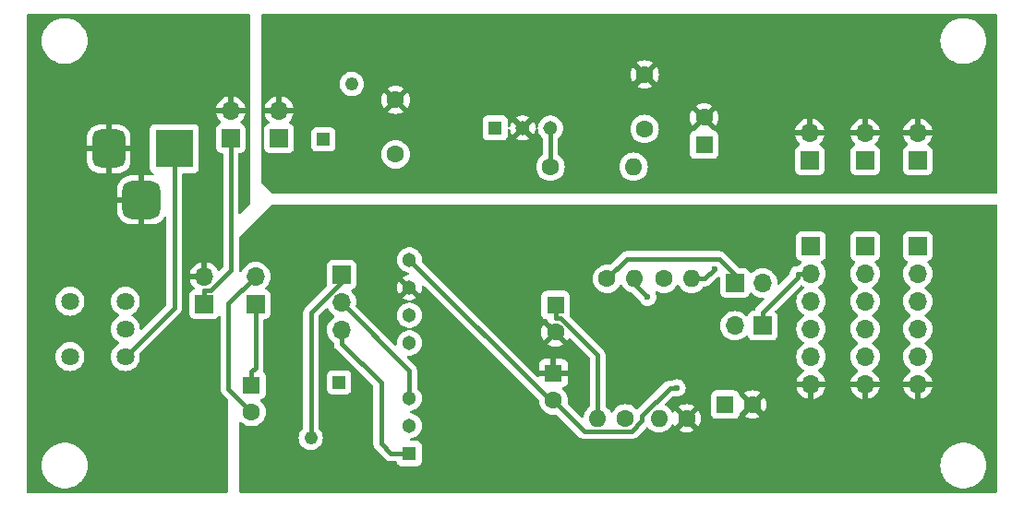
<source format=gbl>
%TF.GenerationSoftware,KiCad,Pcbnew,8.0.8*%
%TF.CreationDate,2025-06-29T12:51:07+09:00*%
%TF.ProjectId,PowerSeparate,506f7765-7253-4657-9061-726174652e6b,rev?*%
%TF.SameCoordinates,Original*%
%TF.FileFunction,Copper,L2,Bot*%
%TF.FilePolarity,Positive*%
%FSLAX46Y46*%
G04 Gerber Fmt 4.6, Leading zero omitted, Abs format (unit mm)*
G04 Created by KiCad (PCBNEW 8.0.8) date 2025-06-29 12:51:07*
%MOMM*%
%LPD*%
G01*
G04 APERTURE LIST*
G04 Aperture macros list*
%AMRoundRect*
0 Rectangle with rounded corners*
0 $1 Rounding radius*
0 $2 $3 $4 $5 $6 $7 $8 $9 X,Y pos of 4 corners*
0 Add a 4 corners polygon primitive as box body*
4,1,4,$2,$3,$4,$5,$6,$7,$8,$9,$2,$3,0*
0 Add four circle primitives for the rounded corners*
1,1,$1+$1,$2,$3*
1,1,$1+$1,$4,$5*
1,1,$1+$1,$6,$7*
1,1,$1+$1,$8,$9*
0 Add four rect primitives between the rounded corners*
20,1,$1+$1,$2,$3,$4,$5,0*
20,1,$1+$1,$4,$5,$6,$7,0*
20,1,$1+$1,$6,$7,$8,$9,0*
20,1,$1+$1,$8,$9,$2,$3,0*%
G04 Aperture macros list end*
%TA.AperFunction,ComponentPad*%
%ADD10R,1.600000X1.600000*%
%TD*%
%TA.AperFunction,ComponentPad*%
%ADD11C,1.600000*%
%TD*%
%TA.AperFunction,ComponentPad*%
%ADD12R,3.500000X3.500000*%
%TD*%
%TA.AperFunction,ComponentPad*%
%ADD13RoundRect,0.750000X-0.750000X-1.000000X0.750000X-1.000000X0.750000X1.000000X-0.750000X1.000000X0*%
%TD*%
%TA.AperFunction,ComponentPad*%
%ADD14RoundRect,0.875000X-0.875000X-0.875000X0.875000X-0.875000X0.875000X0.875000X-0.875000X0.875000X0*%
%TD*%
%TA.AperFunction,ComponentPad*%
%ADD15R,1.700000X1.700000*%
%TD*%
%TA.AperFunction,ComponentPad*%
%ADD16O,1.700000X1.700000*%
%TD*%
%TA.AperFunction,ComponentPad*%
%ADD17O,1.600000X1.600000*%
%TD*%
%TA.AperFunction,ComponentPad*%
%ADD18R,1.303000X1.303000*%
%TD*%
%TA.AperFunction,ComponentPad*%
%ADD19C,1.303000*%
%TD*%
%TA.AperFunction,ComponentPad*%
%ADD20R,1.217000X1.217000*%
%TD*%
%TA.AperFunction,ComponentPad*%
%ADD21C,1.217000*%
%TD*%
%TA.AperFunction,ComponentPad*%
%ADD22C,1.635000*%
%TD*%
%TA.AperFunction,ComponentPad*%
%ADD23R,1.305000X1.305000*%
%TD*%
%TA.AperFunction,ComponentPad*%
%ADD24C,1.305000*%
%TD*%
%TA.AperFunction,ViaPad*%
%ADD25C,0.600000*%
%TD*%
%TA.AperFunction,Conductor*%
%ADD26C,0.400000*%
%TD*%
G04 APERTURE END LIST*
D10*
%TO.P,C3,1*%
%TO.N,GNDA*%
X114808000Y-88517000D03*
D11*
%TO.P,C3,2*%
%TO.N,-12VA*%
X114808000Y-91017000D03*
%TD*%
D12*
%TO.P,PwJ1,1*%
%TO.N,Net-(PwJ1-Pad1)*%
X80041000Y-67907500D03*
D13*
%TO.P,PwJ1,2*%
%TO.N,ADAPTER GND*%
X74041000Y-67907500D03*
D14*
%TO.P,PwJ1,3*%
X77041000Y-72607500D03*
%TD*%
D15*
%TO.P,PwJ2,1,Pin_1*%
%TO.N,ADAPTER+9V*%
X85217000Y-66929000D03*
D16*
%TO.P,PwJ2,2,Pin_2*%
%TO.N,ADAPTER GND*%
X85217000Y-64389000D03*
%TD*%
D10*
%TO.P,C4,1*%
%TO.N,Net-(U1A-+)*%
X130556000Y-91398000D03*
D11*
%TO.P,C4,2*%
%TO.N,GNDA*%
X133056000Y-91398000D03*
%TD*%
%TO.P,R2,1*%
%TO.N,GNDA*%
X127029000Y-92668000D03*
D17*
%TO.P,R2,2*%
%TO.N,Net-(U1A-+)*%
X124489000Y-92668000D03*
%TD*%
D10*
%TO.P,PwC3,1*%
%TO.N,+5VD*%
X128637000Y-67524000D03*
D11*
%TO.P,PwC3,2*%
%TO.N,GND*%
X128637000Y-65024000D03*
%TD*%
D15*
%TO.P,J4,1,Pin_1*%
%TO.N,+5VD*%
X148209000Y-68961000D03*
D16*
%TO.P,J4,2,Pin_2*%
%TO.N,GND*%
X148209000Y-66421000D03*
%TD*%
D11*
%TO.P,R3,1*%
%TO.N,Net-(U1B--)*%
X124939000Y-79841000D03*
D17*
%TO.P,R3,2*%
%TO.N,+5VA*%
X127479000Y-79841000D03*
%TD*%
D15*
%TO.P,J3,1,Pin_1*%
%TO.N,+12VA*%
X143383000Y-76835000D03*
D16*
%TO.P,J3,2,Pin_2*%
%TO.N,+5VA*%
X143383000Y-79375000D03*
%TO.P,J3,3,Pin_3*%
%TO.N,-5VA*%
X143383000Y-81915000D03*
%TO.P,J3,4,Pin_4*%
%TO.N,-12VA*%
X143383000Y-84455000D03*
%TO.P,J3,5,Pin_5*%
%TO.N,unconnected-(J3-Pin_5-Pad5)*%
X143383000Y-86995000D03*
%TO.P,J3,6,Pin_6*%
%TO.N,GNDA*%
X143383000Y-89535000D03*
%TD*%
D15*
%TO.P,J8,1,Pin_1*%
%TO.N,+5VA*%
X133985000Y-84159000D03*
D16*
%TO.P,J8,2,Pin_2*%
%TO.N,Net-(J8-Pin_2)*%
X131445000Y-84159000D03*
%TD*%
D15*
%TO.P,J2,1,Pin_1*%
%TO.N,+12VA*%
X138430000Y-76835000D03*
D16*
%TO.P,J2,2,Pin_2*%
%TO.N,+5VA*%
X138430000Y-79375000D03*
%TO.P,J2,3,Pin_3*%
%TO.N,-5VA*%
X138430000Y-81915000D03*
%TO.P,J2,4,Pin_4*%
%TO.N,-12VA*%
X138430000Y-84455000D03*
%TO.P,J2,5,Pin_5*%
%TO.N,unconnected-(J2-Pin_5-Pad5)*%
X138430000Y-86995000D03*
%TO.P,J2,6,Pin_6*%
%TO.N,GNDA*%
X138430000Y-89535000D03*
%TD*%
D10*
%TO.P,C1,1*%
%TO.N,Net-(PwJ5-Pin_1)*%
X87122000Y-89599900D03*
D11*
%TO.P,C1,2*%
%TO.N,Net-(J1-Pin_3)*%
X87122000Y-92099900D03*
%TD*%
%TO.P,PwC1,1*%
%TO.N,D+9VPre*%
X100330000Y-68413000D03*
%TO.P,PwC1,2*%
%TO.N,GND*%
X100330000Y-63413000D03*
%TD*%
D18*
%TO.P,PS1,1,-VIN*%
%TO.N,Net-(J1-Pin_3)*%
X101600000Y-95900000D03*
D19*
%TO.P,PS1,2,+VIN*%
%TO.N,Net-(J1-Pin_1)*%
X101600000Y-93360000D03*
%TO.P,PS1,3,REMOTE_ON/OFF*%
%TO.N,Net-(J1-Pin_2)*%
X101600000Y-90820000D03*
%TO.P,PS1,5,NC*%
%TO.N,unconnected-(PS1-NC-Pad5)*%
X101600000Y-85740000D03*
%TO.P,PS1,6,+VOUT*%
%TO.N,+12VA*%
X101600000Y-83200000D03*
%TO.P,PS1,7,COMMON*%
%TO.N,GNDA*%
X101600000Y-80660000D03*
%TO.P,PS1,8,-VOUT*%
%TO.N,-12VA*%
X101600000Y-78120000D03*
%TD*%
D10*
%TO.P,C2,1*%
%TO.N,+12VA*%
X114999900Y-82254000D03*
D11*
%TO.P,C2,2*%
%TO.N,GNDA*%
X114999900Y-84754000D03*
%TD*%
D15*
%TO.P,J6,1,Pin_1*%
%TO.N,+5VD*%
X138303000Y-68961000D03*
D16*
%TO.P,J6,2,Pin_2*%
%TO.N,GND*%
X138303000Y-66421000D03*
%TD*%
D15*
%TO.P,J9,1,Pin_1*%
%TO.N,Net-(J9-Pin_1)*%
X131445000Y-80222000D03*
D16*
%TO.P,J9,2,Pin_2*%
%TO.N,-5VA*%
X133985000Y-80222000D03*
%TD*%
D20*
%TO.P,PwF2,1,1*%
%TO.N,Net-(PwJ5-Pin_1)*%
X95148000Y-89356000D03*
D21*
%TO.P,PwF2,2,2*%
%TO.N,Net-(J1-Pin_1)*%
X92558000Y-94456000D03*
%TD*%
D15*
%TO.P,J7,1,Pin_1*%
%TO.N,+12VA*%
X148209000Y-76835000D03*
D16*
%TO.P,J7,2,Pin_2*%
%TO.N,+5VA*%
X148209000Y-79375000D03*
%TO.P,J7,3,Pin_3*%
%TO.N,-5VA*%
X148209000Y-81915000D03*
%TO.P,J7,4,Pin_4*%
%TO.N,-12VA*%
X148209000Y-84455000D03*
%TO.P,J7,5,Pin_5*%
%TO.N,unconnected-(J7-Pin_5-Pad5)*%
X148209000Y-86995000D03*
%TO.P,J7,6,Pin_6*%
%TO.N,GNDA*%
X148209000Y-89535000D03*
%TD*%
D20*
%TO.P,PwF1,1,1*%
%TO.N,D+9VPre*%
X93726000Y-67056000D03*
D21*
%TO.P,PwF1,2,2*%
%TO.N,D+9V*%
X96316000Y-61956000D03*
%TD*%
D15*
%TO.P,PwJ5,1,Pin_1*%
%TO.N,Net-(PwJ5-Pin_1)*%
X87503000Y-82174000D03*
D16*
%TO.P,PwJ5,2,Pin_2*%
%TO.N,Net-(J1-Pin_3)*%
X87503000Y-79634000D03*
%TD*%
D22*
%TO.P,PwS1,1,1*%
%TO.N,Net-(PwJ1-Pad1)*%
X75565000Y-87000000D03*
%TO.P,PwS1,2,2*%
%TO.N,ADAPTER+9V*%
X75565000Y-84460000D03*
%TO.P,PwS1,3,3*%
%TO.N,unconnected-(PwS1-Pad3)*%
X75565000Y-81920000D03*
%TO.P,PwS1,4,4*%
%TO.N,unconnected-(PwS1-Pad4)*%
X70485000Y-81920000D03*
%TO.P,PwS1,5,5*%
%TO.N,unconnected-(PwS1-Pad5)*%
X70485000Y-87000000D03*
%TD*%
D11*
%TO.P,PwL1,1,1*%
%TO.N,Net-(PwIC1-VOUT)*%
X114540000Y-69556000D03*
D17*
%TO.P,PwL1,2,2*%
%TO.N,+5VD*%
X122160000Y-69556000D03*
%TD*%
D15*
%TO.P,J1,1,Pin_1*%
%TO.N,Net-(J1-Pin_1)*%
X95377000Y-79460000D03*
D16*
%TO.P,J1,2,Pin_2*%
%TO.N,Net-(J1-Pin_2)*%
X95377000Y-82000000D03*
%TO.P,J1,3,Pin_3*%
%TO.N,Net-(J1-Pin_3)*%
X95377000Y-84540000D03*
%TD*%
D11*
%TO.P,R1,1*%
%TO.N,Net-(U1A-+)*%
X121412000Y-92668000D03*
D17*
%TO.P,R1,2*%
%TO.N,+12VA*%
X118872000Y-92668000D03*
%TD*%
D15*
%TO.P,J5,1,Pin_1*%
%TO.N,+5VD*%
X143383000Y-68961000D03*
D16*
%TO.P,J5,2,Pin_2*%
%TO.N,GND*%
X143383000Y-66421000D03*
%TD*%
D11*
%TO.P,R4,1*%
%TO.N,Net-(J9-Pin_1)*%
X119732000Y-79841000D03*
D17*
%TO.P,R4,2*%
%TO.N,Net-(U1B--)*%
X122272000Y-79841000D03*
%TD*%
D11*
%TO.P,PwC2,1*%
%TO.N,Net-(PwIC1-VOUT)*%
X123176000Y-66087000D03*
%TO.P,PwC2,2*%
%TO.N,GND*%
X123176000Y-61087000D03*
%TD*%
D15*
%TO.P,PwJ4,1,Pin_1*%
%TO.N,D+9VPre*%
X89662000Y-66929000D03*
D16*
%TO.P,PwJ4,2,Pin_2*%
%TO.N,GND*%
X89662000Y-64389000D03*
%TD*%
D23*
%TO.P,PwIC1,1,VIN*%
%TO.N,D+9V*%
X109460000Y-66000000D03*
D24*
%TO.P,PwIC1,2,GND*%
%TO.N,GND*%
X112000000Y-66000000D03*
%TO.P,PwIC1,3,VOUT*%
%TO.N,Net-(PwIC1-VOUT)*%
X114540000Y-66000000D03*
%TD*%
D15*
%TO.P,PwJ3,1,Pin_1*%
%TO.N,ADAPTER+9V*%
X82804000Y-82169000D03*
D16*
%TO.P,PwJ3,2,Pin_2*%
%TO.N,ADAPTER GND*%
X82804000Y-79629000D03*
%TD*%
D25*
%TO.N,GNDA*%
X127508000Y-83312000D03*
%TO.N,-12VA*%
X126126700Y-89881400D03*
%TO.N,+5VA*%
X129569900Y-78951800D03*
%TO.N,Net-(U1B--)*%
X123444000Y-81534000D03*
%TD*%
D26*
%TO.N,Net-(J1-Pin_3)*%
X95377000Y-84540000D02*
X95377000Y-85791700D01*
X85000000Y-82137000D02*
X87503000Y-79634000D01*
X99900000Y-95900000D02*
X101600000Y-95900000D01*
X95377000Y-85791700D02*
X99000000Y-89414700D01*
X99000000Y-95000000D02*
X99900000Y-95900000D01*
X85000000Y-89977900D02*
X85000000Y-82137000D01*
X87122000Y-92099900D02*
X85000000Y-89977900D01*
X99000000Y-89414700D02*
X99000000Y-95000000D01*
%TO.N,Net-(J1-Pin_1)*%
X95377000Y-80164100D02*
X92558000Y-82983100D01*
X92558000Y-82983100D02*
X92558000Y-94456000D01*
X95377000Y-79460000D02*
X95377000Y-80164100D01*
%TO.N,+12VA*%
X118872000Y-92668000D02*
X118872000Y-86877200D01*
X118872000Y-86877200D02*
X115450500Y-83455700D01*
X115450500Y-83455700D02*
X114999900Y-83455700D01*
X114999900Y-82254000D02*
X114999900Y-83455700D01*
%TO.N,-12VA*%
X125499700Y-89881400D02*
X126126700Y-89881400D01*
X117670400Y-93879400D02*
X121939400Y-93879400D01*
X122950500Y-92430600D02*
X125499700Y-89881400D01*
X101600000Y-78120000D02*
X114497000Y-91017000D01*
X114808000Y-91017000D02*
X117670400Y-93879400D01*
X114497000Y-91017000D02*
X114808000Y-91017000D01*
X122950500Y-92868300D02*
X122950500Y-92430600D01*
X121939400Y-93879400D02*
X122950500Y-92868300D01*
%TO.N,Net-(J1-Pin_2)*%
X101600000Y-90820000D02*
X101600000Y-88278000D01*
X95377000Y-82055000D02*
X95377000Y-82000000D01*
X101600000Y-88278000D02*
X95377000Y-82055000D01*
%TO.N,+5VA*%
X138430000Y-79375000D02*
X137178300Y-79375000D01*
X133985000Y-82907300D02*
X137178300Y-79714000D01*
X137178300Y-79714000D02*
X137178300Y-79375000D01*
X133985000Y-84159000D02*
X133985000Y-82907300D01*
X129569900Y-78951800D02*
X128680700Y-79841000D01*
X128680700Y-79841000D02*
X127479000Y-79841000D01*
%TO.N,Net-(J9-Pin_1)*%
X130000000Y-78000000D02*
X121573000Y-78000000D01*
X121573000Y-78000000D02*
X119732000Y-79841000D01*
X131445000Y-79445000D02*
X130000000Y-78000000D01*
X131445000Y-80222000D02*
X131445000Y-79445000D01*
%TO.N,Net-(PwIC1-VOUT)*%
X114540000Y-66000000D02*
X114540000Y-69556000D01*
%TO.N,Net-(PwJ1-Pad1)*%
X80041000Y-82524000D02*
X80041000Y-67907500D01*
X75565000Y-87000000D02*
X80041000Y-82524000D01*
%TO.N,ADAPTER+9V*%
X82804000Y-82169000D02*
X82804000Y-80917300D01*
X82804000Y-80917300D02*
X83351600Y-80917300D01*
X85217000Y-79051900D02*
X85217000Y-66929000D01*
X83351600Y-80917300D02*
X85217000Y-79051900D01*
%TO.N,Net-(U1B--)*%
X123444000Y-81534000D02*
X122272000Y-80362000D01*
X122272000Y-80362000D02*
X122272000Y-79841000D01*
%TO.N,Net-(PwJ5-Pin_1)*%
X87503000Y-88017200D02*
X87122000Y-88398200D01*
X87503000Y-82174000D02*
X87503000Y-88017200D01*
X87122000Y-89599900D02*
X87122000Y-88398200D01*
%TD*%
%TA.AperFunction,Conductor*%
%TO.N,GNDA*%
G36*
X155442539Y-73019685D02*
G01*
X155488294Y-73072489D01*
X155499500Y-73124000D01*
X155499500Y-99375500D01*
X155479815Y-99442539D01*
X155427011Y-99488294D01*
X155375500Y-99499500D01*
X86124000Y-99499500D01*
X86056961Y-99479815D01*
X86011206Y-99427011D01*
X86000000Y-99375500D01*
X86000000Y-94455999D01*
X91444249Y-94455999D01*
X91444249Y-94456000D01*
X91463212Y-94660646D01*
X91463212Y-94660648D01*
X91463213Y-94660651D01*
X91504200Y-94804706D01*
X91519459Y-94858336D01*
X91611070Y-95042314D01*
X91734929Y-95206331D01*
X91815680Y-95279944D01*
X91886815Y-95344792D01*
X92061558Y-95452989D01*
X92253208Y-95527234D01*
X92455236Y-95565000D01*
X92455238Y-95565000D01*
X92660762Y-95565000D01*
X92660764Y-95565000D01*
X92862792Y-95527234D01*
X93054442Y-95452989D01*
X93229185Y-95344792D01*
X93381072Y-95206329D01*
X93504930Y-95042314D01*
X93596542Y-94858333D01*
X93652787Y-94660651D01*
X93671751Y-94456000D01*
X93668740Y-94423512D01*
X93652787Y-94251353D01*
X93652787Y-94251349D01*
X93596542Y-94053667D01*
X93504930Y-93869686D01*
X93381072Y-93705671D01*
X93381070Y-93705668D01*
X93298962Y-93630817D01*
X93262680Y-93571106D01*
X93258500Y-93539180D01*
X93258500Y-88699635D01*
X94039000Y-88699635D01*
X94039000Y-90012370D01*
X94039001Y-90012376D01*
X94045408Y-90071983D01*
X94095702Y-90206828D01*
X94095706Y-90206835D01*
X94181952Y-90322044D01*
X94181955Y-90322047D01*
X94297164Y-90408293D01*
X94297171Y-90408297D01*
X94432017Y-90458591D01*
X94432016Y-90458591D01*
X94438944Y-90459335D01*
X94491627Y-90465000D01*
X95804372Y-90464999D01*
X95863983Y-90458591D01*
X95998831Y-90408296D01*
X96114046Y-90322046D01*
X96200296Y-90206831D01*
X96250591Y-90071983D01*
X96257000Y-90012373D01*
X96256999Y-88699628D01*
X96250591Y-88640017D01*
X96200296Y-88505169D01*
X96200295Y-88505168D01*
X96200293Y-88505164D01*
X96114047Y-88389955D01*
X96114044Y-88389952D01*
X95998835Y-88303706D01*
X95998828Y-88303702D01*
X95863982Y-88253408D01*
X95863983Y-88253408D01*
X95804383Y-88247001D01*
X95804381Y-88247000D01*
X95804373Y-88247000D01*
X95804364Y-88247000D01*
X94491629Y-88247000D01*
X94491623Y-88247001D01*
X94432016Y-88253408D01*
X94297171Y-88303702D01*
X94297164Y-88303706D01*
X94181955Y-88389952D01*
X94181952Y-88389955D01*
X94095706Y-88505164D01*
X94095702Y-88505171D01*
X94045408Y-88640017D01*
X94042838Y-88663926D01*
X94039001Y-88699623D01*
X94039000Y-88699635D01*
X93258500Y-88699635D01*
X93258500Y-83324618D01*
X93278185Y-83257579D01*
X93294815Y-83236941D01*
X93966745Y-82565010D01*
X94028066Y-82531527D01*
X94097757Y-82536511D01*
X94153691Y-82578382D01*
X94166806Y-82600287D01*
X94202965Y-82677830D01*
X94202966Y-82677832D01*
X94202967Y-82677833D01*
X94202967Y-82677834D01*
X94278983Y-82786395D01*
X94334164Y-82865202D01*
X94338501Y-82871395D01*
X94338506Y-82871402D01*
X94505597Y-83038493D01*
X94505603Y-83038498D01*
X94691158Y-83168425D01*
X94734783Y-83223002D01*
X94741977Y-83292500D01*
X94710454Y-83354855D01*
X94691158Y-83371575D01*
X94505597Y-83501505D01*
X94338505Y-83668597D01*
X94202965Y-83862169D01*
X94202964Y-83862171D01*
X94103098Y-84076335D01*
X94103094Y-84076344D01*
X94041938Y-84304586D01*
X94041936Y-84304596D01*
X94021341Y-84539999D01*
X94021341Y-84540000D01*
X94041936Y-84775403D01*
X94041938Y-84775413D01*
X94103094Y-85003655D01*
X94103096Y-85003659D01*
X94103097Y-85003663D01*
X94193482Y-85197493D01*
X94202965Y-85217830D01*
X94202967Y-85217834D01*
X94278983Y-85326395D01*
X94338501Y-85411396D01*
X94338506Y-85411402D01*
X94505597Y-85578494D01*
X94623623Y-85661136D01*
X94667248Y-85715713D01*
X94676500Y-85762711D01*
X94676500Y-85860694D01*
X94676500Y-85860696D01*
X94676499Y-85860696D01*
X94703418Y-85996022D01*
X94703421Y-85996032D01*
X94756222Y-86123507D01*
X94832887Y-86238245D01*
X94832888Y-86238246D01*
X98263181Y-89668538D01*
X98296666Y-89729861D01*
X98299500Y-89756219D01*
X98299500Y-94931006D01*
X98299500Y-95068994D01*
X98299500Y-95068996D01*
X98299499Y-95068996D01*
X98326418Y-95204322D01*
X98326421Y-95204332D01*
X98379222Y-95331807D01*
X98455887Y-95446545D01*
X99453454Y-96444112D01*
X99568190Y-96520776D01*
X99666790Y-96561617D01*
X99695671Y-96573580D01*
X99695672Y-96573580D01*
X99695677Y-96573582D01*
X99722545Y-96578925D01*
X99722551Y-96578926D01*
X99722591Y-96578934D01*
X99812937Y-96596905D01*
X99831006Y-96600500D01*
X99831007Y-96600500D01*
X100346501Y-96600500D01*
X100413540Y-96620185D01*
X100459295Y-96672989D01*
X100462683Y-96681167D01*
X100504702Y-96793828D01*
X100504706Y-96793835D01*
X100590952Y-96909044D01*
X100590955Y-96909047D01*
X100706164Y-96995293D01*
X100706171Y-96995297D01*
X100841017Y-97045591D01*
X100841016Y-97045591D01*
X100847944Y-97046335D01*
X100900627Y-97052000D01*
X102299372Y-97051999D01*
X102358983Y-97045591D01*
X102481219Y-97000000D01*
X150294592Y-97000000D01*
X150314201Y-97286680D01*
X150372666Y-97568034D01*
X150372667Y-97568037D01*
X150468894Y-97838793D01*
X150468893Y-97838793D01*
X150601098Y-98093935D01*
X150766812Y-98328700D01*
X150851923Y-98419831D01*
X150962947Y-98538708D01*
X151185853Y-98720055D01*
X151431382Y-98869365D01*
X151618237Y-98950526D01*
X151694942Y-98983844D01*
X151971642Y-99061371D01*
X152221920Y-99095771D01*
X152256321Y-99100500D01*
X152256322Y-99100500D01*
X152543679Y-99100500D01*
X152574370Y-99096281D01*
X152828358Y-99061371D01*
X153105058Y-98983844D01*
X153218015Y-98934779D01*
X153368617Y-98869365D01*
X153368620Y-98869363D01*
X153368625Y-98869361D01*
X153614147Y-98720055D01*
X153837053Y-98538708D01*
X154033189Y-98328698D01*
X154198901Y-98093936D01*
X154331104Y-97838797D01*
X154427334Y-97568032D01*
X154485798Y-97286686D01*
X154505408Y-97000000D01*
X154485798Y-96713314D01*
X154427334Y-96431968D01*
X154331105Y-96161206D01*
X154331106Y-96161206D01*
X154198901Y-95906064D01*
X154033187Y-95671299D01*
X153954554Y-95587105D01*
X153837053Y-95461292D01*
X153614147Y-95279945D01*
X153614146Y-95279944D01*
X153368617Y-95130634D01*
X153105063Y-95016158D01*
X153105061Y-95016157D01*
X153105058Y-95016156D01*
X152975578Y-94979877D01*
X152828364Y-94938630D01*
X152828359Y-94938629D01*
X152828358Y-94938629D01*
X152686018Y-94919064D01*
X152543679Y-94899500D01*
X152543678Y-94899500D01*
X152256322Y-94899500D01*
X152256321Y-94899500D01*
X151971642Y-94938629D01*
X151971635Y-94938630D01*
X151763861Y-94996845D01*
X151694942Y-95016156D01*
X151694939Y-95016156D01*
X151694936Y-95016158D01*
X151694935Y-95016158D01*
X151431382Y-95130634D01*
X151185853Y-95279944D01*
X150962950Y-95461289D01*
X150766812Y-95671299D01*
X150601098Y-95906064D01*
X150468894Y-96161206D01*
X150372667Y-96431962D01*
X150372666Y-96431965D01*
X150314201Y-96713319D01*
X150294592Y-97000000D01*
X102481219Y-97000000D01*
X102493831Y-96995296D01*
X102609046Y-96909046D01*
X102695296Y-96793831D01*
X102745591Y-96658983D01*
X102752000Y-96599373D01*
X102751999Y-95200628D01*
X102745591Y-95141017D01*
X102741720Y-95130639D01*
X102695297Y-95006171D01*
X102695293Y-95006164D01*
X102609047Y-94890955D01*
X102609044Y-94890952D01*
X102493835Y-94804706D01*
X102493828Y-94804702D01*
X102358982Y-94754408D01*
X102358983Y-94754408D01*
X102299383Y-94748001D01*
X102299381Y-94748000D01*
X102299373Y-94748000D01*
X102299365Y-94748000D01*
X101782430Y-94748000D01*
X101715391Y-94728315D01*
X101669636Y-94675511D01*
X101659692Y-94606353D01*
X101688717Y-94542797D01*
X101747495Y-94505023D01*
X101759629Y-94502114D01*
X101916610Y-94472770D01*
X102115690Y-94395646D01*
X102297209Y-94283254D01*
X102454985Y-94139422D01*
X102583646Y-93969048D01*
X102678810Y-93777933D01*
X102737236Y-93572586D01*
X102756935Y-93360000D01*
X102737236Y-93147414D01*
X102678810Y-92942067D01*
X102583646Y-92750952D01*
X102485125Y-92620490D01*
X102454983Y-92580575D01*
X102301146Y-92440335D01*
X102297209Y-92436746D01*
X102115690Y-92324354D01*
X102115688Y-92324353D01*
X102115687Y-92324352D01*
X101958786Y-92263569D01*
X101916610Y-92247230D01*
X101727548Y-92211888D01*
X101665269Y-92180221D01*
X101629996Y-92119908D01*
X101632930Y-92050100D01*
X101673139Y-91992960D01*
X101727548Y-91968111D01*
X101916610Y-91932770D01*
X102115690Y-91855646D01*
X102297209Y-91743254D01*
X102454985Y-91599422D01*
X102583646Y-91429048D01*
X102678810Y-91237933D01*
X102737236Y-91032586D01*
X102756935Y-90820000D01*
X102737236Y-90607414D01*
X102678810Y-90402067D01*
X102583646Y-90210952D01*
X102454985Y-90040578D01*
X102340961Y-89936631D01*
X102304680Y-89876919D01*
X102300500Y-89844994D01*
X102300500Y-88209010D01*
X102300500Y-88209007D01*
X102297489Y-88193872D01*
X102273580Y-88073672D01*
X102270563Y-88066389D01*
X102220777Y-87946192D01*
X102144112Y-87831454D01*
X102144111Y-87831453D01*
X101416338Y-87103681D01*
X101382853Y-87042358D01*
X101387837Y-86972667D01*
X101429709Y-86916733D01*
X101495173Y-86892316D01*
X101504019Y-86892000D01*
X101706746Y-86892000D01*
X101706748Y-86892000D01*
X101916610Y-86852770D01*
X102115690Y-86775646D01*
X102297209Y-86663254D01*
X102454985Y-86519422D01*
X102583646Y-86349048D01*
X102678810Y-86157933D01*
X102737236Y-85952586D01*
X102756935Y-85740000D01*
X102755332Y-85722706D01*
X102749627Y-85661136D01*
X102737236Y-85527414D01*
X102678810Y-85322067D01*
X102583646Y-85130952D01*
X102487522Y-85003664D01*
X102454983Y-84960575D01*
X102297210Y-84816747D01*
X102297209Y-84816746D01*
X102115690Y-84704354D01*
X102115688Y-84704353D01*
X102115687Y-84704352D01*
X101958786Y-84643569D01*
X101916610Y-84627230D01*
X101727548Y-84591888D01*
X101665269Y-84560221D01*
X101629996Y-84499908D01*
X101632930Y-84430100D01*
X101673139Y-84372960D01*
X101727548Y-84348111D01*
X101916610Y-84312770D01*
X102115690Y-84235646D01*
X102297209Y-84123254D01*
X102454985Y-83979422D01*
X102583646Y-83809048D01*
X102678810Y-83617933D01*
X102737236Y-83412586D01*
X102756935Y-83200000D01*
X102737236Y-82987414D01*
X102678810Y-82782067D01*
X102583646Y-82590952D01*
X102491409Y-82468811D01*
X102454983Y-82420575D01*
X102297210Y-82276747D01*
X102297209Y-82276746D01*
X102115690Y-82164354D01*
X102115688Y-82164353D01*
X102115687Y-82164352D01*
X101958786Y-82103569D01*
X101916610Y-82087230D01*
X101763407Y-82058591D01*
X101726189Y-82051634D01*
X101663908Y-82019965D01*
X101628635Y-81959653D01*
X101631569Y-81889845D01*
X101671778Y-81832705D01*
X101726189Y-81807856D01*
X101916470Y-81772286D01*
X101916471Y-81772286D01*
X102115466Y-81695196D01*
X102115468Y-81695195D01*
X102218097Y-81631649D01*
X101626448Y-81040000D01*
X101650028Y-81040000D01*
X101746675Y-81014104D01*
X101833325Y-80964076D01*
X101904076Y-80893325D01*
X101954104Y-80806675D01*
X101980000Y-80710028D01*
X101980000Y-80686446D01*
X102574233Y-81280681D01*
X102574234Y-81280680D01*
X102583217Y-81268786D01*
X102583219Y-81268782D01*
X102678337Y-81077762D01*
X102678343Y-81077747D01*
X102736742Y-80872495D01*
X102756433Y-80660000D01*
X102747993Y-80568925D01*
X102761408Y-80500355D01*
X102809764Y-80449923D01*
X102877710Y-80433640D01*
X102943673Y-80456677D01*
X102959145Y-80469802D01*
X113470253Y-90980909D01*
X113503738Y-91042232D01*
X113506100Y-91057783D01*
X113522364Y-91243686D01*
X113522366Y-91243697D01*
X113581258Y-91463488D01*
X113581261Y-91463497D01*
X113677431Y-91669732D01*
X113677432Y-91669734D01*
X113807954Y-91856141D01*
X113968858Y-92017045D01*
X113968861Y-92017047D01*
X114155266Y-92147568D01*
X114361504Y-92243739D01*
X114361509Y-92243740D01*
X114361511Y-92243741D01*
X114374536Y-92247231D01*
X114581308Y-92302635D01*
X114743230Y-92316801D01*
X114807998Y-92322468D01*
X114808000Y-92322468D01*
X114808001Y-92322468D01*
X114826304Y-92320866D01*
X115034692Y-92302635D01*
X115034697Y-92302633D01*
X115039881Y-92302180D01*
X115108381Y-92315946D01*
X115138370Y-92338027D01*
X117223853Y-94423511D01*
X117223854Y-94423512D01*
X117338592Y-94500177D01*
X117466067Y-94552978D01*
X117466072Y-94552980D01*
X117466076Y-94552980D01*
X117466077Y-94552981D01*
X117601403Y-94579900D01*
X117601406Y-94579900D01*
X122008396Y-94579900D01*
X122099440Y-94561789D01*
X122143728Y-94552980D01*
X122242663Y-94512000D01*
X122271207Y-94500177D01*
X122271208Y-94500176D01*
X122271211Y-94500175D01*
X122385943Y-94423514D01*
X123308113Y-93501341D01*
X123369434Y-93467858D01*
X123439125Y-93472842D01*
X123483949Y-93504487D01*
X123485126Y-93503311D01*
X123488950Y-93507135D01*
X123488953Y-93507139D01*
X123649861Y-93668047D01*
X123836266Y-93798568D01*
X124042504Y-93894739D01*
X124262308Y-93953635D01*
X124424230Y-93967801D01*
X124488998Y-93973468D01*
X124489000Y-93973468D01*
X124489002Y-93973468D01*
X124545673Y-93968509D01*
X124715692Y-93953635D01*
X124935496Y-93894739D01*
X125141734Y-93798568D01*
X125328139Y-93668047D01*
X125489047Y-93507139D01*
X125619568Y-93320734D01*
X125646893Y-93262134D01*
X125693065Y-93209695D01*
X125760258Y-93190543D01*
X125827139Y-93210758D01*
X125871657Y-93262134D01*
X125898864Y-93320480D01*
X125949974Y-93393472D01*
X126629000Y-92714446D01*
X126629000Y-92720661D01*
X126656259Y-92822394D01*
X126708920Y-92913606D01*
X126783394Y-92988080D01*
X126874606Y-93040741D01*
X126976339Y-93068000D01*
X126982553Y-93068000D01*
X126303526Y-93747025D01*
X126376513Y-93798132D01*
X126376521Y-93798136D01*
X126582668Y-93894264D01*
X126582682Y-93894269D01*
X126802389Y-93953139D01*
X126802400Y-93953141D01*
X127028998Y-93972966D01*
X127029002Y-93972966D01*
X127255599Y-93953141D01*
X127255610Y-93953139D01*
X127475317Y-93894269D01*
X127475331Y-93894264D01*
X127681478Y-93798136D01*
X127754471Y-93747024D01*
X127075447Y-93068000D01*
X127081661Y-93068000D01*
X127183394Y-93040741D01*
X127274606Y-92988080D01*
X127349080Y-92913606D01*
X127401741Y-92822394D01*
X127429000Y-92720661D01*
X127429000Y-92714447D01*
X128108024Y-93393471D01*
X128159136Y-93320478D01*
X128255264Y-93114331D01*
X128255269Y-93114317D01*
X128314139Y-92894610D01*
X128314141Y-92894599D01*
X128333966Y-92668002D01*
X128333966Y-92667997D01*
X128314141Y-92441400D01*
X128314139Y-92441389D01*
X128255269Y-92221682D01*
X128255264Y-92221668D01*
X128159136Y-92015521D01*
X128159132Y-92015513D01*
X128108025Y-91942526D01*
X127429000Y-92621551D01*
X127429000Y-92615339D01*
X127401741Y-92513606D01*
X127349080Y-92422394D01*
X127274606Y-92347920D01*
X127183394Y-92295259D01*
X127081661Y-92268000D01*
X127075445Y-92268000D01*
X127754472Y-91588974D01*
X127681478Y-91537863D01*
X127475331Y-91441735D01*
X127475317Y-91441730D01*
X127255610Y-91382860D01*
X127255599Y-91382858D01*
X127029002Y-91363034D01*
X127028998Y-91363034D01*
X126802400Y-91382858D01*
X126802389Y-91382860D01*
X126582682Y-91441730D01*
X126582673Y-91441734D01*
X126376516Y-91537866D01*
X126376512Y-91537868D01*
X126303526Y-91588973D01*
X126303526Y-91588974D01*
X126982553Y-92268000D01*
X126976339Y-92268000D01*
X126874606Y-92295259D01*
X126783394Y-92347920D01*
X126708920Y-92422394D01*
X126656259Y-92513606D01*
X126629000Y-92615339D01*
X126629000Y-92621552D01*
X125949974Y-91942526D01*
X125949973Y-91942526D01*
X125898868Y-92015512D01*
X125898868Y-92015513D01*
X125871657Y-92073867D01*
X125825484Y-92126306D01*
X125758290Y-92145457D01*
X125691409Y-92125241D01*
X125646893Y-92073865D01*
X125635987Y-92050478D01*
X125619568Y-92015266D01*
X125520095Y-91873202D01*
X125489045Y-91828858D01*
X125328141Y-91667954D01*
X125141734Y-91537432D01*
X125141732Y-91537431D01*
X125092582Y-91514512D01*
X125040143Y-91468339D01*
X125020991Y-91401146D01*
X125041207Y-91334265D01*
X125057301Y-91314454D01*
X125712743Y-90659012D01*
X125774064Y-90625529D01*
X125841377Y-90629654D01*
X125947437Y-90666766D01*
X125947443Y-90666767D01*
X125947445Y-90666768D01*
X125947446Y-90666768D01*
X125947450Y-90666769D01*
X126126696Y-90686965D01*
X126126700Y-90686965D01*
X126126704Y-90686965D01*
X126305949Y-90666769D01*
X126305952Y-90666768D01*
X126305955Y-90666768D01*
X126476222Y-90607189D01*
X126567023Y-90550135D01*
X129255500Y-90550135D01*
X129255500Y-92245870D01*
X129255501Y-92245876D01*
X129261908Y-92305483D01*
X129312202Y-92440328D01*
X129312206Y-92440335D01*
X129398452Y-92555544D01*
X129398455Y-92555547D01*
X129513664Y-92641793D01*
X129513671Y-92641797D01*
X129648517Y-92692091D01*
X129648516Y-92692091D01*
X129655444Y-92692835D01*
X129708127Y-92698500D01*
X131403872Y-92698499D01*
X131463483Y-92692091D01*
X131598331Y-92641796D01*
X131713546Y-92555546D01*
X131799796Y-92440331D01*
X131850091Y-92305483D01*
X131856500Y-92245873D01*
X131856499Y-92245845D01*
X131856678Y-92242547D01*
X131858183Y-92242627D01*
X131876112Y-92181326D01*
X131928868Y-92135514D01*
X131972465Y-92127981D01*
X132656000Y-91444446D01*
X132656000Y-91450661D01*
X132683259Y-91552394D01*
X132735920Y-91643606D01*
X132810394Y-91718080D01*
X132901606Y-91770741D01*
X133003339Y-91798000D01*
X133009553Y-91798000D01*
X132330526Y-92477025D01*
X132403513Y-92528132D01*
X132403521Y-92528136D01*
X132609668Y-92624264D01*
X132609682Y-92624269D01*
X132829389Y-92683139D01*
X132829400Y-92683141D01*
X133055998Y-92702966D01*
X133056002Y-92702966D01*
X133282599Y-92683141D01*
X133282610Y-92683139D01*
X133502317Y-92624269D01*
X133502331Y-92624264D01*
X133708478Y-92528136D01*
X133781471Y-92477024D01*
X133102447Y-91798000D01*
X133108661Y-91798000D01*
X133210394Y-91770741D01*
X133301606Y-91718080D01*
X133376080Y-91643606D01*
X133428741Y-91552394D01*
X133456000Y-91450661D01*
X133456000Y-91444447D01*
X134135024Y-92123471D01*
X134186136Y-92050478D01*
X134282264Y-91844331D01*
X134282269Y-91844317D01*
X134341139Y-91624610D01*
X134341141Y-91624599D01*
X134360966Y-91398002D01*
X134360966Y-91397997D01*
X134341141Y-91171400D01*
X134341139Y-91171389D01*
X134282269Y-90951682D01*
X134282264Y-90951668D01*
X134186136Y-90745521D01*
X134186132Y-90745513D01*
X134135025Y-90672526D01*
X133456000Y-91351551D01*
X133456000Y-91345339D01*
X133428741Y-91243606D01*
X133376080Y-91152394D01*
X133301606Y-91077920D01*
X133210394Y-91025259D01*
X133108661Y-90998000D01*
X133102445Y-90998000D01*
X133781472Y-90318974D01*
X133708478Y-90267863D01*
X133502331Y-90171735D01*
X133502317Y-90171730D01*
X133282610Y-90112860D01*
X133282599Y-90112858D01*
X133056002Y-90093034D01*
X133055998Y-90093034D01*
X132829400Y-90112858D01*
X132829389Y-90112860D01*
X132609682Y-90171730D01*
X132609673Y-90171734D01*
X132403516Y-90267866D01*
X132403512Y-90267868D01*
X132330526Y-90318973D01*
X132330526Y-90318974D01*
X133009553Y-90998000D01*
X133003339Y-90998000D01*
X132901606Y-91025259D01*
X132810394Y-91077920D01*
X132735920Y-91152394D01*
X132683259Y-91243606D01*
X132656000Y-91345339D01*
X132656000Y-91351552D01*
X131971799Y-90667351D01*
X131922805Y-90657505D01*
X131872622Y-90608889D01*
X131857981Y-90553366D01*
X131856900Y-90553423D01*
X131856854Y-90553429D01*
X131856853Y-90553426D01*
X131856676Y-90553436D01*
X131856499Y-90550135D01*
X131856499Y-90550128D01*
X131850091Y-90490517D01*
X131840573Y-90464999D01*
X131799797Y-90355671D01*
X131799793Y-90355664D01*
X131713547Y-90240455D01*
X131713544Y-90240452D01*
X131598335Y-90154206D01*
X131598328Y-90154202D01*
X131463482Y-90103908D01*
X131463483Y-90103908D01*
X131403883Y-90097501D01*
X131403881Y-90097500D01*
X131403873Y-90097500D01*
X131403864Y-90097500D01*
X129708129Y-90097500D01*
X129708123Y-90097501D01*
X129648516Y-90103908D01*
X129513671Y-90154202D01*
X129513664Y-90154206D01*
X129398455Y-90240452D01*
X129398452Y-90240455D01*
X129312206Y-90355664D01*
X129312202Y-90355671D01*
X129261908Y-90490517D01*
X129255501Y-90550116D01*
X129255501Y-90550123D01*
X129255500Y-90550135D01*
X126567023Y-90550135D01*
X126628962Y-90511216D01*
X126756516Y-90383662D01*
X126852489Y-90230922D01*
X126912068Y-90060655D01*
X126912069Y-90060649D01*
X126932265Y-89881403D01*
X126932265Y-89881396D01*
X126912069Y-89702150D01*
X126912068Y-89702145D01*
X126852488Y-89531876D01*
X126756515Y-89379137D01*
X126628962Y-89251584D01*
X126476223Y-89155611D01*
X126305954Y-89096031D01*
X126305949Y-89096030D01*
X126126704Y-89075835D01*
X126126696Y-89075835D01*
X125947450Y-89096030D01*
X125947445Y-89096031D01*
X125777174Y-89155612D01*
X125767177Y-89161894D01*
X125701206Y-89180900D01*
X125430703Y-89180900D01*
X125322290Y-89202465D01*
X125322289Y-89202465D01*
X125295371Y-89207820D01*
X125167890Y-89260624D01*
X125053154Y-89337287D01*
X122574495Y-91815946D01*
X122513172Y-91849431D01*
X122443480Y-91844447D01*
X122399133Y-91815946D01*
X122251141Y-91667954D01*
X122064734Y-91537432D01*
X122064732Y-91537431D01*
X121858497Y-91441261D01*
X121858488Y-91441258D01*
X121638697Y-91382366D01*
X121638693Y-91382365D01*
X121638692Y-91382365D01*
X121638691Y-91382364D01*
X121638686Y-91382364D01*
X121412002Y-91362532D01*
X121411998Y-91362532D01*
X121185313Y-91382364D01*
X121185302Y-91382366D01*
X120965511Y-91441258D01*
X120965502Y-91441261D01*
X120759267Y-91537431D01*
X120759265Y-91537432D01*
X120572858Y-91667954D01*
X120411954Y-91828858D01*
X120281432Y-92015265D01*
X120281431Y-92015267D01*
X120254382Y-92073275D01*
X120208209Y-92125714D01*
X120141016Y-92144866D01*
X120074135Y-92124650D01*
X120029618Y-92073275D01*
X120023471Y-92060092D01*
X120002568Y-92015266D01*
X119903095Y-91873202D01*
X119872048Y-91828862D01*
X119794739Y-91751553D01*
X119711139Y-91667953D01*
X119625376Y-91607901D01*
X119581751Y-91553324D01*
X119572500Y-91506326D01*
X119572500Y-86808204D01*
X119545581Y-86672877D01*
X119545580Y-86672876D01*
X119545580Y-86672872D01*
X119492775Y-86545389D01*
X119476004Y-86520289D01*
X119475425Y-86519422D01*
X119416114Y-86430656D01*
X119416111Y-86430653D01*
X116310392Y-83324935D01*
X116276907Y-83263612D01*
X116281890Y-83193924D01*
X116293991Y-83161483D01*
X116300400Y-83101873D01*
X116300399Y-81406128D01*
X116294876Y-81354750D01*
X116293991Y-81346516D01*
X116243697Y-81211671D01*
X116243693Y-81211664D01*
X116157447Y-81096455D01*
X116157444Y-81096452D01*
X116042235Y-81010206D01*
X116042228Y-81010202D01*
X115907382Y-80959908D01*
X115907383Y-80959908D01*
X115847783Y-80953501D01*
X115847781Y-80953500D01*
X115847773Y-80953500D01*
X115847764Y-80953500D01*
X114152029Y-80953500D01*
X114152023Y-80953501D01*
X114092416Y-80959908D01*
X113957571Y-81010202D01*
X113957564Y-81010206D01*
X113842355Y-81096452D01*
X113842352Y-81096455D01*
X113756106Y-81211664D01*
X113756102Y-81211671D01*
X113705808Y-81346517D01*
X113700485Y-81396032D01*
X113699401Y-81406123D01*
X113699400Y-81406135D01*
X113699400Y-83101870D01*
X113699401Y-83101876D01*
X113705808Y-83161483D01*
X113756102Y-83296328D01*
X113756106Y-83296335D01*
X113842352Y-83411544D01*
X113842355Y-83411547D01*
X113957564Y-83497793D01*
X113957571Y-83497797D01*
X113967513Y-83501505D01*
X114092417Y-83548091D01*
X114152027Y-83554500D01*
X114152054Y-83554499D01*
X114155353Y-83554678D01*
X114155272Y-83556183D01*
X114216572Y-83574112D01*
X114262383Y-83626867D01*
X114269916Y-83670462D01*
X114357116Y-83757662D01*
X114375578Y-83782555D01*
X114375741Y-83782447D01*
X114377954Y-83785759D01*
X114378792Y-83786889D01*
X114379123Y-83787509D01*
X114455785Y-83902241D01*
X114455788Y-83902245D01*
X114553354Y-83999811D01*
X114553358Y-83999814D01*
X114668082Y-84076471D01*
X114668705Y-84076804D01*
X114669838Y-84077644D01*
X114673154Y-84079860D01*
X114673045Y-84080022D01*
X114697937Y-84098484D01*
X114953454Y-84354000D01*
X114947239Y-84354000D01*
X114845506Y-84381259D01*
X114754294Y-84433920D01*
X114679820Y-84508394D01*
X114627159Y-84599606D01*
X114599900Y-84701339D01*
X114599900Y-84707552D01*
X113920874Y-84028526D01*
X113920873Y-84028526D01*
X113869768Y-84101512D01*
X113869766Y-84101516D01*
X113773634Y-84307673D01*
X113773630Y-84307682D01*
X113714760Y-84527389D01*
X113714758Y-84527400D01*
X113694934Y-84753997D01*
X113694934Y-84754002D01*
X113714758Y-84980599D01*
X113714760Y-84980610D01*
X113773630Y-85200317D01*
X113773635Y-85200331D01*
X113869763Y-85406478D01*
X113920874Y-85479472D01*
X114599900Y-84800446D01*
X114599900Y-84806661D01*
X114627159Y-84908394D01*
X114679820Y-84999606D01*
X114754294Y-85074080D01*
X114845506Y-85126741D01*
X114947239Y-85154000D01*
X114953453Y-85154000D01*
X114274426Y-85833025D01*
X114347413Y-85884132D01*
X114347421Y-85884136D01*
X114553568Y-85980264D01*
X114553582Y-85980269D01*
X114773289Y-86039139D01*
X114773300Y-86039141D01*
X114999898Y-86058966D01*
X114999902Y-86058966D01*
X115226499Y-86039141D01*
X115226510Y-86039139D01*
X115446217Y-85980269D01*
X115446231Y-85980264D01*
X115652378Y-85884136D01*
X115725371Y-85833024D01*
X115046347Y-85154000D01*
X115052561Y-85154000D01*
X115154294Y-85126741D01*
X115245506Y-85074080D01*
X115319980Y-84999606D01*
X115372641Y-84908394D01*
X115399900Y-84806661D01*
X115399900Y-84800446D01*
X116078924Y-85479471D01*
X116130031Y-85406486D01*
X116144424Y-85375622D01*
X116190596Y-85323183D01*
X116257790Y-85304030D01*
X116324671Y-85324245D01*
X116344488Y-85340345D01*
X118135181Y-87131038D01*
X118168666Y-87192361D01*
X118171500Y-87218719D01*
X118171500Y-91506326D01*
X118151815Y-91573365D01*
X118118624Y-91607901D01*
X118032863Y-91667951D01*
X117871951Y-91828862D01*
X117741432Y-92015265D01*
X117741431Y-92015267D01*
X117645261Y-92221502D01*
X117645258Y-92221511D01*
X117586366Y-92441302D01*
X117586364Y-92441312D01*
X117580305Y-92510567D01*
X117554852Y-92575635D01*
X117498260Y-92616613D01*
X117428498Y-92620490D01*
X117369096Y-92587439D01*
X116129027Y-91347370D01*
X116095542Y-91286047D01*
X116093180Y-91248881D01*
X116093633Y-91243697D01*
X116093635Y-91243692D01*
X116113468Y-91017000D01*
X116110310Y-90980909D01*
X116098306Y-90843696D01*
X116093635Y-90790308D01*
X116034739Y-90570504D01*
X115938568Y-90364266D01*
X115808047Y-90177861D01*
X115808045Y-90177858D01*
X115650493Y-90020306D01*
X115617008Y-89958983D01*
X115621992Y-89889291D01*
X115663864Y-89833358D01*
X115709667Y-89811946D01*
X115715381Y-89810595D01*
X115850086Y-89760354D01*
X115850093Y-89760350D01*
X115965187Y-89674190D01*
X115965190Y-89674187D01*
X116051350Y-89559093D01*
X116051354Y-89559086D01*
X116101596Y-89424379D01*
X116101598Y-89424372D01*
X116107999Y-89364844D01*
X116108000Y-89364827D01*
X116108000Y-88767000D01*
X115123686Y-88767000D01*
X115128080Y-88762606D01*
X115180741Y-88671394D01*
X115208000Y-88569661D01*
X115208000Y-88464339D01*
X115180741Y-88362606D01*
X115128080Y-88271394D01*
X115123686Y-88267000D01*
X116108000Y-88267000D01*
X116108000Y-87669172D01*
X116107999Y-87669155D01*
X116101598Y-87609627D01*
X116101596Y-87609620D01*
X116051354Y-87474913D01*
X116051350Y-87474906D01*
X115965190Y-87359812D01*
X115965187Y-87359809D01*
X115850093Y-87273649D01*
X115850086Y-87273645D01*
X115715379Y-87223403D01*
X115715372Y-87223401D01*
X115655844Y-87217000D01*
X115058000Y-87217000D01*
X115058000Y-88201314D01*
X115053606Y-88196920D01*
X114962394Y-88144259D01*
X114860661Y-88117000D01*
X114755339Y-88117000D01*
X114653606Y-88144259D01*
X114562394Y-88196920D01*
X114558000Y-88201314D01*
X114558000Y-87217000D01*
X113960155Y-87217000D01*
X113900627Y-87223401D01*
X113900620Y-87223403D01*
X113765913Y-87273645D01*
X113765906Y-87273649D01*
X113650812Y-87359809D01*
X113650809Y-87359812D01*
X113564649Y-87474906D01*
X113564645Y-87474913D01*
X113514403Y-87609620D01*
X113514401Y-87609627D01*
X113508000Y-87669155D01*
X113508000Y-88267000D01*
X114492314Y-88267000D01*
X114487920Y-88271394D01*
X114435259Y-88362606D01*
X114408000Y-88464339D01*
X114408000Y-88569661D01*
X114435259Y-88671394D01*
X114487920Y-88762606D01*
X114492314Y-88767000D01*
X113508000Y-88767000D01*
X113495936Y-88779063D01*
X113488315Y-88805020D01*
X113435511Y-88850775D01*
X113366353Y-88860719D01*
X113302797Y-88831694D01*
X113296319Y-88825662D01*
X104311655Y-79840998D01*
X118426532Y-79840998D01*
X118426532Y-79841001D01*
X118446364Y-80067686D01*
X118446366Y-80067697D01*
X118505258Y-80287488D01*
X118505261Y-80287497D01*
X118601431Y-80493732D01*
X118601432Y-80493734D01*
X118731954Y-80680141D01*
X118892858Y-80841045D01*
X118892861Y-80841047D01*
X119079266Y-80971568D01*
X119285504Y-81067739D01*
X119285509Y-81067740D01*
X119285511Y-81067741D01*
X119337466Y-81081662D01*
X119505308Y-81126635D01*
X119667230Y-81140801D01*
X119731998Y-81146468D01*
X119732000Y-81146468D01*
X119732002Y-81146468D01*
X119788673Y-81141509D01*
X119958692Y-81126635D01*
X120178496Y-81067739D01*
X120384734Y-80971568D01*
X120571139Y-80841047D01*
X120732047Y-80680139D01*
X120862568Y-80493734D01*
X120889618Y-80435724D01*
X120935790Y-80383285D01*
X121002983Y-80364133D01*
X121069865Y-80384348D01*
X121114381Y-80435724D01*
X121121205Y-80450358D01*
X121141429Y-80493728D01*
X121141432Y-80493734D01*
X121271954Y-80680141D01*
X121432858Y-80841045D01*
X121432861Y-80841047D01*
X121619266Y-80971568D01*
X121825504Y-81067739D01*
X122014131Y-81118281D01*
X122069717Y-81150374D01*
X122652630Y-81733287D01*
X122681990Y-81780013D01*
X122718209Y-81883519D01*
X122791398Y-81999999D01*
X122814184Y-82036262D01*
X122941738Y-82163816D01*
X123094478Y-82259789D01*
X123264745Y-82319368D01*
X123264750Y-82319369D01*
X123443996Y-82339565D01*
X123444000Y-82339565D01*
X123444004Y-82339565D01*
X123623249Y-82319369D01*
X123623252Y-82319368D01*
X123623255Y-82319368D01*
X123793522Y-82259789D01*
X123946262Y-82163816D01*
X124073816Y-82036262D01*
X124169789Y-81883522D01*
X124229368Y-81713255D01*
X124231937Y-81690457D01*
X124249565Y-81534003D01*
X124249565Y-81533996D01*
X124229369Y-81354750D01*
X124229368Y-81354745D01*
X124215228Y-81314335D01*
X124169789Y-81184478D01*
X124169787Y-81184475D01*
X124169787Y-81184474D01*
X124156038Y-81162593D01*
X124137036Y-81095357D01*
X124157402Y-81028521D01*
X124210669Y-80983306D01*
X124279926Y-80974067D01*
X124313433Y-80984236D01*
X124492504Y-81067739D01*
X124492510Y-81067740D01*
X124492511Y-81067741D01*
X124544466Y-81081662D01*
X124712308Y-81126635D01*
X124874230Y-81140801D01*
X124938998Y-81146468D01*
X124939000Y-81146468D01*
X124939002Y-81146468D01*
X124995673Y-81141509D01*
X125165692Y-81126635D01*
X125385496Y-81067739D01*
X125591734Y-80971568D01*
X125778139Y-80841047D01*
X125939047Y-80680139D01*
X126069568Y-80493734D01*
X126096618Y-80435724D01*
X126142790Y-80383285D01*
X126209983Y-80364133D01*
X126276865Y-80384348D01*
X126321381Y-80435724D01*
X126328205Y-80450358D01*
X126348429Y-80493728D01*
X126348432Y-80493734D01*
X126478954Y-80680141D01*
X126639858Y-80841045D01*
X126639861Y-80841047D01*
X126826266Y-80971568D01*
X127032504Y-81067739D01*
X127032509Y-81067740D01*
X127032511Y-81067741D01*
X127084466Y-81081662D01*
X127252308Y-81126635D01*
X127414230Y-81140801D01*
X127478998Y-81146468D01*
X127479000Y-81146468D01*
X127479002Y-81146468D01*
X127535673Y-81141509D01*
X127705692Y-81126635D01*
X127925496Y-81067739D01*
X128131734Y-80971568D01*
X128318139Y-80841047D01*
X128479047Y-80680139D01*
X128528178Y-80609972D01*
X128539098Y-80594377D01*
X128593675Y-80550752D01*
X128640673Y-80541500D01*
X128749696Y-80541500D01*
X128840740Y-80523389D01*
X128885028Y-80514580D01*
X128948769Y-80488177D01*
X129012507Y-80461777D01*
X129012508Y-80461776D01*
X129012511Y-80461775D01*
X129127243Y-80385114D01*
X129769190Y-79743165D01*
X129815913Y-79713807D01*
X129888671Y-79688349D01*
X129925996Y-79675289D01*
X129926685Y-79677260D01*
X129985614Y-79667544D01*
X130049754Y-79695253D01*
X130088732Y-79753240D01*
X130094500Y-79790620D01*
X130094500Y-81119870D01*
X130094501Y-81119876D01*
X130100908Y-81179483D01*
X130151202Y-81314328D01*
X130151206Y-81314335D01*
X130237452Y-81429544D01*
X130237455Y-81429547D01*
X130352664Y-81515793D01*
X130352671Y-81515797D01*
X130487517Y-81566091D01*
X130487516Y-81566091D01*
X130494444Y-81566835D01*
X130547127Y-81572500D01*
X132342872Y-81572499D01*
X132402483Y-81566091D01*
X132537331Y-81515796D01*
X132652546Y-81429546D01*
X132738796Y-81314331D01*
X132787810Y-81182916D01*
X132829681Y-81126984D01*
X132895145Y-81102566D01*
X132963418Y-81117417D01*
X132991673Y-81138569D01*
X133113599Y-81260495D01*
X133201679Y-81322169D01*
X133307165Y-81396032D01*
X133307167Y-81396033D01*
X133307170Y-81396035D01*
X133521337Y-81495903D01*
X133749592Y-81557063D01*
X133926034Y-81572500D01*
X133984999Y-81577659D01*
X133984999Y-81577658D01*
X133985000Y-81577659D01*
X134017092Y-81574851D01*
X134085592Y-81588617D01*
X134135775Y-81637232D01*
X134151709Y-81705260D01*
X134128334Y-81771104D01*
X134115581Y-81786060D01*
X133440887Y-82460754D01*
X133364222Y-82575492D01*
X133311420Y-82702969D01*
X133311418Y-82702978D01*
X133310280Y-82708698D01*
X133277891Y-82770608D01*
X133217173Y-82805178D01*
X133188665Y-82808500D01*
X133087130Y-82808500D01*
X133087123Y-82808501D01*
X133027516Y-82814908D01*
X132892671Y-82865202D01*
X132892664Y-82865206D01*
X132777455Y-82951452D01*
X132777452Y-82951455D01*
X132691206Y-83066664D01*
X132691203Y-83066669D01*
X132642189Y-83198083D01*
X132600317Y-83254016D01*
X132534853Y-83278433D01*
X132466580Y-83263581D01*
X132438326Y-83242430D01*
X132316402Y-83120506D01*
X132316395Y-83120501D01*
X132122834Y-82984967D01*
X132122830Y-82984965D01*
X132055349Y-82953498D01*
X131908663Y-82885097D01*
X131908659Y-82885096D01*
X131908655Y-82885094D01*
X131680413Y-82823938D01*
X131680403Y-82823936D01*
X131445001Y-82803341D01*
X131444999Y-82803341D01*
X131209596Y-82823936D01*
X131209586Y-82823938D01*
X130981344Y-82885094D01*
X130981335Y-82885098D01*
X130767171Y-82984964D01*
X130767169Y-82984965D01*
X130573597Y-83120505D01*
X130406505Y-83287597D01*
X130270965Y-83481169D01*
X130270964Y-83481171D01*
X130171098Y-83695335D01*
X130171094Y-83695344D01*
X130109938Y-83923586D01*
X130109936Y-83923596D01*
X130089341Y-84158999D01*
X130089341Y-84159000D01*
X130109936Y-84394403D01*
X130109938Y-84394413D01*
X130171094Y-84622655D01*
X130171096Y-84622659D01*
X130171097Y-84622663D01*
X130242326Y-84775413D01*
X130270965Y-84836830D01*
X130270967Y-84836834D01*
X130357612Y-84960575D01*
X130406505Y-85030401D01*
X130573599Y-85197495D01*
X130670384Y-85265265D01*
X130767165Y-85333032D01*
X130767167Y-85333033D01*
X130767170Y-85333035D01*
X130981337Y-85432903D01*
X131209592Y-85494063D01*
X131386034Y-85509500D01*
X131444999Y-85514659D01*
X131445000Y-85514659D01*
X131445001Y-85514659D01*
X131503966Y-85509500D01*
X131680408Y-85494063D01*
X131908663Y-85432903D01*
X132122830Y-85333035D01*
X132316401Y-85197495D01*
X132438329Y-85075566D01*
X132499648Y-85042084D01*
X132569340Y-85047068D01*
X132625274Y-85088939D01*
X132642189Y-85119917D01*
X132691202Y-85251328D01*
X132691206Y-85251335D01*
X132777452Y-85366544D01*
X132777455Y-85366547D01*
X132892664Y-85452793D01*
X132892671Y-85452797D01*
X133027517Y-85503091D01*
X133027516Y-85503091D01*
X133034444Y-85503835D01*
X133087127Y-85509500D01*
X134882872Y-85509499D01*
X134942483Y-85503091D01*
X135077331Y-85452796D01*
X135192546Y-85366546D01*
X135278796Y-85251331D01*
X135329091Y-85116483D01*
X135335500Y-85056873D01*
X135335499Y-83261128D01*
X135329091Y-83201517D01*
X135328525Y-83200000D01*
X135278797Y-83066671D01*
X135278793Y-83066664D01*
X135192547Y-82951455D01*
X135157816Y-82925455D01*
X135115946Y-82869521D01*
X135110962Y-82799829D01*
X135144445Y-82738510D01*
X137432599Y-80450356D01*
X137493920Y-80416873D01*
X137563612Y-80421857D01*
X137591401Y-80436464D01*
X137744158Y-80543425D01*
X137787783Y-80598002D01*
X137794977Y-80667500D01*
X137763454Y-80729855D01*
X137744158Y-80746575D01*
X137558597Y-80876505D01*
X137391505Y-81043597D01*
X137255965Y-81237169D01*
X137255964Y-81237171D01*
X137156098Y-81451335D01*
X137156094Y-81451344D01*
X137094938Y-81679586D01*
X137094936Y-81679596D01*
X137074341Y-81914999D01*
X137074341Y-81915000D01*
X137094936Y-82150403D01*
X137094938Y-82150413D01*
X137156094Y-82378655D01*
X137156096Y-82378659D01*
X137156097Y-82378663D01*
X137229725Y-82536558D01*
X137255965Y-82592830D01*
X137255967Y-82592834D01*
X137337097Y-82708698D01*
X137388467Y-82782063D01*
X137391501Y-82786395D01*
X137391506Y-82786402D01*
X137558597Y-82953493D01*
X137558603Y-82953498D01*
X137744158Y-83083425D01*
X137787783Y-83138002D01*
X137794977Y-83207500D01*
X137763454Y-83269855D01*
X137744158Y-83286575D01*
X137558597Y-83416505D01*
X137391505Y-83583597D01*
X137255965Y-83777169D01*
X137255964Y-83777171D01*
X137156098Y-83991335D01*
X137156094Y-83991344D01*
X137094938Y-84219586D01*
X137094936Y-84219596D01*
X137074341Y-84454999D01*
X137074341Y-84455000D01*
X137094936Y-84690403D01*
X137094938Y-84690413D01*
X137156094Y-84918655D01*
X137156096Y-84918659D01*
X137156097Y-84918663D01*
X137220545Y-85056872D01*
X137255965Y-85132830D01*
X137255967Y-85132834D01*
X137315485Y-85217834D01*
X137389995Y-85324245D01*
X137391501Y-85326395D01*
X137391506Y-85326402D01*
X137558597Y-85493493D01*
X137558603Y-85493498D01*
X137744158Y-85623425D01*
X137787783Y-85678002D01*
X137794977Y-85747500D01*
X137763454Y-85809855D01*
X137744158Y-85826575D01*
X137558597Y-85956505D01*
X137391505Y-86123597D01*
X137255965Y-86317169D01*
X137255964Y-86317171D01*
X137156098Y-86531335D01*
X137156094Y-86531344D01*
X137094938Y-86759586D01*
X137094936Y-86759596D01*
X137074341Y-86994999D01*
X137074341Y-86995000D01*
X137094936Y-87230403D01*
X137094938Y-87230413D01*
X137156094Y-87458655D01*
X137156096Y-87458659D01*
X137156097Y-87458663D01*
X137163675Y-87474913D01*
X137255965Y-87672830D01*
X137255967Y-87672834D01*
X137391501Y-87866395D01*
X137391506Y-87866402D01*
X137558597Y-88033493D01*
X137558603Y-88033498D01*
X137744594Y-88163730D01*
X137788219Y-88218307D01*
X137795413Y-88287805D01*
X137763890Y-88350160D01*
X137744595Y-88366880D01*
X137558922Y-88496890D01*
X137558920Y-88496891D01*
X137391891Y-88663920D01*
X137391886Y-88663926D01*
X137256400Y-88857420D01*
X137256399Y-88857422D01*
X137156570Y-89071507D01*
X137156567Y-89071513D01*
X137099364Y-89284999D01*
X137099364Y-89285000D01*
X137996988Y-89285000D01*
X137964075Y-89342007D01*
X137930000Y-89469174D01*
X137930000Y-89600826D01*
X137964075Y-89727993D01*
X137996988Y-89785000D01*
X137099364Y-89785000D01*
X137156567Y-89998486D01*
X137156570Y-89998492D01*
X137256399Y-90212578D01*
X137391894Y-90406082D01*
X137558917Y-90573105D01*
X137752421Y-90708600D01*
X137966507Y-90808429D01*
X137966516Y-90808433D01*
X138180000Y-90865634D01*
X138180000Y-89968012D01*
X138237007Y-90000925D01*
X138364174Y-90035000D01*
X138495826Y-90035000D01*
X138622993Y-90000925D01*
X138680000Y-89968012D01*
X138680000Y-90865633D01*
X138893483Y-90808433D01*
X138893492Y-90808429D01*
X139107578Y-90708600D01*
X139301082Y-90573105D01*
X139468105Y-90406082D01*
X139603600Y-90212578D01*
X139703429Y-89998492D01*
X139703432Y-89998486D01*
X139760636Y-89785000D01*
X138863012Y-89785000D01*
X138895925Y-89727993D01*
X138930000Y-89600826D01*
X138930000Y-89469174D01*
X138895925Y-89342007D01*
X138863012Y-89285000D01*
X139760636Y-89285000D01*
X139760635Y-89284999D01*
X139703432Y-89071513D01*
X139703429Y-89071507D01*
X139603600Y-88857422D01*
X139603599Y-88857420D01*
X139468113Y-88663926D01*
X139468108Y-88663920D01*
X139301078Y-88496890D01*
X139115405Y-88366879D01*
X139071780Y-88312302D01*
X139064588Y-88242804D01*
X139096110Y-88180449D01*
X139115406Y-88163730D01*
X139301401Y-88033495D01*
X139468495Y-87866401D01*
X139604035Y-87672830D01*
X139703903Y-87458663D01*
X139765063Y-87230408D01*
X139785659Y-86995000D01*
X139765063Y-86759592D01*
X139703903Y-86531337D01*
X139604035Y-86317171D01*
X139563106Y-86258717D01*
X139468494Y-86123597D01*
X139301402Y-85956506D01*
X139301396Y-85956501D01*
X139115842Y-85826575D01*
X139072217Y-85771998D01*
X139065023Y-85702500D01*
X139096546Y-85640145D01*
X139115842Y-85623425D01*
X139174810Y-85582135D01*
X139301401Y-85493495D01*
X139468495Y-85326401D01*
X139604035Y-85132830D01*
X139703903Y-84918663D01*
X139765063Y-84690408D01*
X139785659Y-84455000D01*
X139783480Y-84430100D01*
X139772499Y-84304586D01*
X139765063Y-84219592D01*
X139703903Y-83991337D01*
X139604035Y-83777171D01*
X139546740Y-83695344D01*
X139468494Y-83583597D01*
X139301402Y-83416506D01*
X139301396Y-83416501D01*
X139115842Y-83286575D01*
X139072217Y-83231998D01*
X139065023Y-83162500D01*
X139096546Y-83100145D01*
X139115842Y-83083425D01*
X139180004Y-83038498D01*
X139301401Y-82953495D01*
X139468495Y-82786401D01*
X139604035Y-82592830D01*
X139703903Y-82378663D01*
X139765063Y-82150408D01*
X139785659Y-81915000D01*
X139765063Y-81679592D01*
X139703903Y-81451337D01*
X139604035Y-81237171D01*
X139589573Y-81216516D01*
X139468494Y-81043597D01*
X139301402Y-80876506D01*
X139301396Y-80876501D01*
X139115842Y-80746575D01*
X139072217Y-80691998D01*
X139065023Y-80622500D01*
X139096546Y-80560145D01*
X139115842Y-80543425D01*
X139186811Y-80493732D01*
X139301401Y-80413495D01*
X139468495Y-80246401D01*
X139604035Y-80052830D01*
X139703903Y-79838663D01*
X139765063Y-79610408D01*
X139785659Y-79375000D01*
X139785659Y-79374999D01*
X142027341Y-79374999D01*
X142027341Y-79375000D01*
X142047936Y-79610403D01*
X142047938Y-79610413D01*
X142109094Y-79838655D01*
X142109096Y-79838659D01*
X142109097Y-79838663D01*
X142202664Y-80039318D01*
X142208965Y-80052830D01*
X142208967Y-80052834D01*
X142317281Y-80207521D01*
X142341589Y-80242237D01*
X142344501Y-80246395D01*
X142344506Y-80246402D01*
X142511597Y-80413493D01*
X142511603Y-80413498D01*
X142697158Y-80543425D01*
X142740783Y-80598002D01*
X142747977Y-80667500D01*
X142716454Y-80729855D01*
X142697158Y-80746575D01*
X142511597Y-80876505D01*
X142344505Y-81043597D01*
X142208965Y-81237169D01*
X142208964Y-81237171D01*
X142109098Y-81451335D01*
X142109094Y-81451344D01*
X142047938Y-81679586D01*
X142047936Y-81679596D01*
X142027341Y-81914999D01*
X142027341Y-81915000D01*
X142047936Y-82150403D01*
X142047938Y-82150413D01*
X142109094Y-82378655D01*
X142109096Y-82378659D01*
X142109097Y-82378663D01*
X142182725Y-82536558D01*
X142208965Y-82592830D01*
X142208967Y-82592834D01*
X142290097Y-82708698D01*
X142341467Y-82782063D01*
X142344501Y-82786395D01*
X142344506Y-82786402D01*
X142511597Y-82953493D01*
X142511603Y-82953498D01*
X142697158Y-83083425D01*
X142740783Y-83138002D01*
X142747977Y-83207500D01*
X142716454Y-83269855D01*
X142697158Y-83286575D01*
X142511597Y-83416505D01*
X142344505Y-83583597D01*
X142208965Y-83777169D01*
X142208964Y-83777171D01*
X142109098Y-83991335D01*
X142109094Y-83991344D01*
X142047938Y-84219586D01*
X142047936Y-84219596D01*
X142027341Y-84454999D01*
X142027341Y-84455000D01*
X142047936Y-84690403D01*
X142047938Y-84690413D01*
X142109094Y-84918655D01*
X142109096Y-84918659D01*
X142109097Y-84918663D01*
X142173545Y-85056872D01*
X142208965Y-85132830D01*
X142208967Y-85132834D01*
X142268485Y-85217834D01*
X142342995Y-85324245D01*
X142344501Y-85326395D01*
X142344506Y-85326402D01*
X142511597Y-85493493D01*
X142511603Y-85493498D01*
X142697158Y-85623425D01*
X142740783Y-85678002D01*
X142747977Y-85747500D01*
X142716454Y-85809855D01*
X142697158Y-85826575D01*
X142511597Y-85956505D01*
X142344505Y-86123597D01*
X142208965Y-86317169D01*
X142208964Y-86317171D01*
X142109098Y-86531335D01*
X142109094Y-86531344D01*
X142047938Y-86759586D01*
X142047936Y-86759596D01*
X142027341Y-86994999D01*
X142027341Y-86995000D01*
X142047936Y-87230403D01*
X142047938Y-87230413D01*
X142109094Y-87458655D01*
X142109096Y-87458659D01*
X142109097Y-87458663D01*
X142116675Y-87474913D01*
X142208965Y-87672830D01*
X142208967Y-87672834D01*
X142344501Y-87866395D01*
X142344506Y-87866402D01*
X142511597Y-88033493D01*
X142511603Y-88033498D01*
X142697594Y-88163730D01*
X142741219Y-88218307D01*
X142748413Y-88287805D01*
X142716890Y-88350160D01*
X142697595Y-88366880D01*
X142511922Y-88496890D01*
X142511920Y-88496891D01*
X142344891Y-88663920D01*
X142344886Y-88663926D01*
X142209400Y-88857420D01*
X142209399Y-88857422D01*
X142109570Y-89071507D01*
X142109567Y-89071513D01*
X142052364Y-89284999D01*
X142052364Y-89285000D01*
X142949988Y-89285000D01*
X142917075Y-89342007D01*
X142883000Y-89469174D01*
X142883000Y-89600826D01*
X142917075Y-89727993D01*
X142949988Y-89785000D01*
X142052364Y-89785000D01*
X142109567Y-89998486D01*
X142109570Y-89998492D01*
X142209399Y-90212578D01*
X142344894Y-90406082D01*
X142511917Y-90573105D01*
X142705421Y-90708600D01*
X142919507Y-90808429D01*
X142919516Y-90808433D01*
X143133000Y-90865634D01*
X143133000Y-89968012D01*
X143190007Y-90000925D01*
X143317174Y-90035000D01*
X143448826Y-90035000D01*
X143575993Y-90000925D01*
X143633000Y-89968012D01*
X143633000Y-90865633D01*
X143846483Y-90808433D01*
X143846492Y-90808429D01*
X144060578Y-90708600D01*
X144254082Y-90573105D01*
X144421105Y-90406082D01*
X144556600Y-90212578D01*
X144656429Y-89998492D01*
X144656432Y-89998486D01*
X144713636Y-89785000D01*
X143816012Y-89785000D01*
X143848925Y-89727993D01*
X143883000Y-89600826D01*
X143883000Y-89469174D01*
X143848925Y-89342007D01*
X143816012Y-89285000D01*
X144713636Y-89285000D01*
X144713635Y-89284999D01*
X144656432Y-89071513D01*
X144656429Y-89071507D01*
X144556600Y-88857422D01*
X144556599Y-88857420D01*
X144421113Y-88663926D01*
X144421108Y-88663920D01*
X144254078Y-88496890D01*
X144068405Y-88366879D01*
X144024780Y-88312302D01*
X144017588Y-88242804D01*
X144049110Y-88180449D01*
X144068406Y-88163730D01*
X144254401Y-88033495D01*
X144421495Y-87866401D01*
X144557035Y-87672830D01*
X144656903Y-87458663D01*
X144718063Y-87230408D01*
X144738659Y-86995000D01*
X144718063Y-86759592D01*
X144656903Y-86531337D01*
X144557035Y-86317171D01*
X144516106Y-86258717D01*
X144421494Y-86123597D01*
X144254402Y-85956506D01*
X144254396Y-85956501D01*
X144068842Y-85826575D01*
X144025217Y-85771998D01*
X144018023Y-85702500D01*
X144049546Y-85640145D01*
X144068842Y-85623425D01*
X144127810Y-85582135D01*
X144254401Y-85493495D01*
X144421495Y-85326401D01*
X144557035Y-85132830D01*
X144656903Y-84918663D01*
X144718063Y-84690408D01*
X144738659Y-84455000D01*
X144736480Y-84430100D01*
X144725499Y-84304586D01*
X144718063Y-84219592D01*
X144656903Y-83991337D01*
X144557035Y-83777171D01*
X144499740Y-83695344D01*
X144421494Y-83583597D01*
X144254402Y-83416506D01*
X144254396Y-83416501D01*
X144068842Y-83286575D01*
X144025217Y-83231998D01*
X144018023Y-83162500D01*
X144049546Y-83100145D01*
X144068842Y-83083425D01*
X144133004Y-83038498D01*
X144254401Y-82953495D01*
X144421495Y-82786401D01*
X144557035Y-82592830D01*
X144656903Y-82378663D01*
X144718063Y-82150408D01*
X144738659Y-81915000D01*
X144718063Y-81679592D01*
X144656903Y-81451337D01*
X144557035Y-81237171D01*
X144542573Y-81216516D01*
X144421494Y-81043597D01*
X144254402Y-80876506D01*
X144254396Y-80876501D01*
X144068842Y-80746575D01*
X144025217Y-80691998D01*
X144018023Y-80622500D01*
X144049546Y-80560145D01*
X144068842Y-80543425D01*
X144139811Y-80493732D01*
X144254401Y-80413495D01*
X144421495Y-80246401D01*
X144557035Y-80052830D01*
X144656903Y-79838663D01*
X144718063Y-79610408D01*
X144738659Y-79375000D01*
X144738659Y-79374999D01*
X146853341Y-79374999D01*
X146853341Y-79375000D01*
X146873936Y-79610403D01*
X146873938Y-79610413D01*
X146935094Y-79838655D01*
X146935096Y-79838659D01*
X146935097Y-79838663D01*
X147028664Y-80039318D01*
X147034965Y-80052830D01*
X147034967Y-80052834D01*
X147143281Y-80207521D01*
X147167589Y-80242237D01*
X147170501Y-80246395D01*
X147170506Y-80246402D01*
X147337597Y-80413493D01*
X147337603Y-80413498D01*
X147523158Y-80543425D01*
X147566783Y-80598002D01*
X147573977Y-80667500D01*
X147542454Y-80729855D01*
X147523158Y-80746575D01*
X147337597Y-80876505D01*
X147170505Y-81043597D01*
X147034965Y-81237169D01*
X147034964Y-81237171D01*
X146935098Y-81451335D01*
X146935094Y-81451344D01*
X146873938Y-81679586D01*
X146873936Y-81679596D01*
X146853341Y-81914999D01*
X146853341Y-81915000D01*
X146873936Y-82150403D01*
X146873938Y-82150413D01*
X146935094Y-82378655D01*
X146935096Y-82378659D01*
X146935097Y-82378663D01*
X147008725Y-82536558D01*
X147034965Y-82592830D01*
X147034967Y-82592834D01*
X147116097Y-82708698D01*
X147167467Y-82782063D01*
X147170501Y-82786395D01*
X147170506Y-82786402D01*
X147337597Y-82953493D01*
X147337603Y-82953498D01*
X147523158Y-83083425D01*
X147566783Y-83138002D01*
X147573977Y-83207500D01*
X147542454Y-83269855D01*
X147523158Y-83286575D01*
X147337597Y-83416505D01*
X147170505Y-83583597D01*
X147034965Y-83777169D01*
X147034964Y-83777171D01*
X146935098Y-83991335D01*
X146935094Y-83991344D01*
X146873938Y-84219586D01*
X146873936Y-84219596D01*
X146853341Y-84454999D01*
X146853341Y-84455000D01*
X146873936Y-84690403D01*
X146873938Y-84690413D01*
X146935094Y-84918655D01*
X146935096Y-84918659D01*
X146935097Y-84918663D01*
X146999545Y-85056872D01*
X147034965Y-85132830D01*
X147034967Y-85132834D01*
X147094485Y-85217834D01*
X147168995Y-85324245D01*
X147170501Y-85326395D01*
X147170506Y-85326402D01*
X147337597Y-85493493D01*
X147337603Y-85493498D01*
X147523158Y-85623425D01*
X147566783Y-85678002D01*
X147573977Y-85747500D01*
X147542454Y-85809855D01*
X147523158Y-85826575D01*
X147337597Y-85956505D01*
X147170505Y-86123597D01*
X147034965Y-86317169D01*
X147034964Y-86317171D01*
X146935098Y-86531335D01*
X146935094Y-86531344D01*
X146873938Y-86759586D01*
X146873936Y-86759596D01*
X146853341Y-86994999D01*
X146853341Y-86995000D01*
X146873936Y-87230403D01*
X146873938Y-87230413D01*
X146935094Y-87458655D01*
X146935096Y-87458659D01*
X146935097Y-87458663D01*
X146942675Y-87474913D01*
X147034965Y-87672830D01*
X147034967Y-87672834D01*
X147170501Y-87866395D01*
X147170506Y-87866402D01*
X147337597Y-88033493D01*
X147337603Y-88033498D01*
X147523594Y-88163730D01*
X147567219Y-88218307D01*
X147574413Y-88287805D01*
X147542890Y-88350160D01*
X147523595Y-88366880D01*
X147337922Y-88496890D01*
X147337920Y-88496891D01*
X147170891Y-88663920D01*
X147170886Y-88663926D01*
X147035400Y-88857420D01*
X147035399Y-88857422D01*
X146935570Y-89071507D01*
X146935567Y-89071513D01*
X146878364Y-89284999D01*
X146878364Y-89285000D01*
X147775988Y-89285000D01*
X147743075Y-89342007D01*
X147709000Y-89469174D01*
X147709000Y-89600826D01*
X147743075Y-89727993D01*
X147775988Y-89785000D01*
X146878364Y-89785000D01*
X146935567Y-89998486D01*
X146935570Y-89998492D01*
X147035399Y-90212578D01*
X147170894Y-90406082D01*
X147337917Y-90573105D01*
X147531421Y-90708600D01*
X147745507Y-90808429D01*
X147745516Y-90808433D01*
X147959000Y-90865634D01*
X147959000Y-89968012D01*
X148016007Y-90000925D01*
X148143174Y-90035000D01*
X148274826Y-90035000D01*
X148401993Y-90000925D01*
X148459000Y-89968012D01*
X148459000Y-90865633D01*
X148672483Y-90808433D01*
X148672492Y-90808429D01*
X148886578Y-90708600D01*
X149080082Y-90573105D01*
X149247105Y-90406082D01*
X149382600Y-90212578D01*
X149482429Y-89998492D01*
X149482432Y-89998486D01*
X149539636Y-89785000D01*
X148642012Y-89785000D01*
X148674925Y-89727993D01*
X148709000Y-89600826D01*
X148709000Y-89469174D01*
X148674925Y-89342007D01*
X148642012Y-89285000D01*
X149539636Y-89285000D01*
X149539635Y-89284999D01*
X149482432Y-89071513D01*
X149482429Y-89071507D01*
X149382600Y-88857422D01*
X149382599Y-88857420D01*
X149247113Y-88663926D01*
X149247108Y-88663920D01*
X149080078Y-88496890D01*
X148894405Y-88366879D01*
X148850780Y-88312302D01*
X148843588Y-88242804D01*
X148875110Y-88180449D01*
X148894406Y-88163730D01*
X149080401Y-88033495D01*
X149247495Y-87866401D01*
X149383035Y-87672830D01*
X149482903Y-87458663D01*
X149544063Y-87230408D01*
X149564659Y-86995000D01*
X149544063Y-86759592D01*
X149482903Y-86531337D01*
X149383035Y-86317171D01*
X149342106Y-86258717D01*
X149247494Y-86123597D01*
X149080402Y-85956506D01*
X149080396Y-85956501D01*
X148894842Y-85826575D01*
X148851217Y-85771998D01*
X148844023Y-85702500D01*
X148875546Y-85640145D01*
X148894842Y-85623425D01*
X148953810Y-85582135D01*
X149080401Y-85493495D01*
X149247495Y-85326401D01*
X149383035Y-85132830D01*
X149482903Y-84918663D01*
X149544063Y-84690408D01*
X149564659Y-84455000D01*
X149562480Y-84430100D01*
X149551499Y-84304586D01*
X149544063Y-84219592D01*
X149482903Y-83991337D01*
X149383035Y-83777171D01*
X149325740Y-83695344D01*
X149247494Y-83583597D01*
X149080402Y-83416506D01*
X149080396Y-83416501D01*
X148894842Y-83286575D01*
X148851217Y-83231998D01*
X148844023Y-83162500D01*
X148875546Y-83100145D01*
X148894842Y-83083425D01*
X148959004Y-83038498D01*
X149080401Y-82953495D01*
X149247495Y-82786401D01*
X149383035Y-82592830D01*
X149482903Y-82378663D01*
X149544063Y-82150408D01*
X149564659Y-81915000D01*
X149544063Y-81679592D01*
X149482903Y-81451337D01*
X149383035Y-81237171D01*
X149368573Y-81216516D01*
X149247494Y-81043597D01*
X149080402Y-80876506D01*
X149080396Y-80876501D01*
X148894842Y-80746575D01*
X148851217Y-80691998D01*
X148844023Y-80622500D01*
X148875546Y-80560145D01*
X148894842Y-80543425D01*
X148965811Y-80493732D01*
X149080401Y-80413495D01*
X149247495Y-80246401D01*
X149383035Y-80052830D01*
X149482903Y-79838663D01*
X149544063Y-79610408D01*
X149564659Y-79375000D01*
X149544063Y-79139592D01*
X149487491Y-78928458D01*
X149482905Y-78911344D01*
X149482904Y-78911343D01*
X149482903Y-78911337D01*
X149383035Y-78697171D01*
X149360682Y-78665248D01*
X149247496Y-78503600D01*
X149203860Y-78459964D01*
X149125567Y-78381671D01*
X149092084Y-78320351D01*
X149097068Y-78250659D01*
X149138939Y-78194725D01*
X149169915Y-78177810D01*
X149301331Y-78128796D01*
X149416546Y-78042546D01*
X149502796Y-77927331D01*
X149553091Y-77792483D01*
X149559500Y-77732873D01*
X149559499Y-75937128D01*
X149553091Y-75877517D01*
X149502796Y-75742669D01*
X149502795Y-75742668D01*
X149502793Y-75742664D01*
X149416547Y-75627455D01*
X149416544Y-75627452D01*
X149301335Y-75541206D01*
X149301328Y-75541202D01*
X149166482Y-75490908D01*
X149166483Y-75490908D01*
X149106883Y-75484501D01*
X149106881Y-75484500D01*
X149106873Y-75484500D01*
X149106864Y-75484500D01*
X147311129Y-75484500D01*
X147311123Y-75484501D01*
X147251516Y-75490908D01*
X147116671Y-75541202D01*
X147116664Y-75541206D01*
X147001455Y-75627452D01*
X147001452Y-75627455D01*
X146915206Y-75742664D01*
X146915202Y-75742671D01*
X146864908Y-75877517D01*
X146858501Y-75937116D01*
X146858501Y-75937123D01*
X146858500Y-75937135D01*
X146858500Y-77732870D01*
X146858501Y-77732876D01*
X146864908Y-77792483D01*
X146915202Y-77927328D01*
X146915206Y-77927335D01*
X147001452Y-78042544D01*
X147001455Y-78042547D01*
X147116664Y-78128793D01*
X147116671Y-78128797D01*
X147248081Y-78177810D01*
X147304015Y-78219681D01*
X147328432Y-78285145D01*
X147313580Y-78353418D01*
X147292430Y-78381673D01*
X147170503Y-78503600D01*
X147034965Y-78697169D01*
X147034964Y-78697171D01*
X146935098Y-78911335D01*
X146935094Y-78911344D01*
X146873938Y-79139586D01*
X146873936Y-79139596D01*
X146853341Y-79374999D01*
X144738659Y-79374999D01*
X144718063Y-79139592D01*
X144661491Y-78928458D01*
X144656905Y-78911344D01*
X144656904Y-78911343D01*
X144656903Y-78911337D01*
X144557035Y-78697171D01*
X144534682Y-78665248D01*
X144421496Y-78503600D01*
X144377860Y-78459964D01*
X144299567Y-78381671D01*
X144266084Y-78320351D01*
X144271068Y-78250659D01*
X144312939Y-78194725D01*
X144343915Y-78177810D01*
X144475331Y-78128796D01*
X144590546Y-78042546D01*
X144676796Y-77927331D01*
X144727091Y-77792483D01*
X144733500Y-77732873D01*
X144733499Y-75937128D01*
X144727091Y-75877517D01*
X144676796Y-75742669D01*
X144676795Y-75742668D01*
X144676793Y-75742664D01*
X144590547Y-75627455D01*
X144590544Y-75627452D01*
X144475335Y-75541206D01*
X144475328Y-75541202D01*
X144340482Y-75490908D01*
X144340483Y-75490908D01*
X144280883Y-75484501D01*
X144280881Y-75484500D01*
X144280873Y-75484500D01*
X144280864Y-75484500D01*
X142485129Y-75484500D01*
X142485123Y-75484501D01*
X142425516Y-75490908D01*
X142290671Y-75541202D01*
X142290664Y-75541206D01*
X142175455Y-75627452D01*
X142175452Y-75627455D01*
X142089206Y-75742664D01*
X142089202Y-75742671D01*
X142038908Y-75877517D01*
X142032501Y-75937116D01*
X142032501Y-75937123D01*
X142032500Y-75937135D01*
X142032500Y-77732870D01*
X142032501Y-77732876D01*
X142038908Y-77792483D01*
X142089202Y-77927328D01*
X142089206Y-77927335D01*
X142175452Y-78042544D01*
X142175455Y-78042547D01*
X142290664Y-78128793D01*
X142290671Y-78128797D01*
X142422081Y-78177810D01*
X142478015Y-78219681D01*
X142502432Y-78285145D01*
X142487580Y-78353418D01*
X142466430Y-78381673D01*
X142344503Y-78503600D01*
X142208965Y-78697169D01*
X142208964Y-78697171D01*
X142109098Y-78911335D01*
X142109094Y-78911344D01*
X142047938Y-79139586D01*
X142047936Y-79139596D01*
X142027341Y-79374999D01*
X139785659Y-79374999D01*
X139765063Y-79139592D01*
X139708491Y-78928458D01*
X139703905Y-78911344D01*
X139703904Y-78911343D01*
X139703903Y-78911337D01*
X139604035Y-78697171D01*
X139581682Y-78665248D01*
X139468496Y-78503600D01*
X139424860Y-78459964D01*
X139346567Y-78381671D01*
X139313084Y-78320351D01*
X139318068Y-78250659D01*
X139359939Y-78194725D01*
X139390915Y-78177810D01*
X139522331Y-78128796D01*
X139637546Y-78042546D01*
X139723796Y-77927331D01*
X139774091Y-77792483D01*
X139780500Y-77732873D01*
X139780499Y-75937128D01*
X139774091Y-75877517D01*
X139723796Y-75742669D01*
X139723795Y-75742668D01*
X139723793Y-75742664D01*
X139637547Y-75627455D01*
X139637544Y-75627452D01*
X139522335Y-75541206D01*
X139522328Y-75541202D01*
X139387482Y-75490908D01*
X139387483Y-75490908D01*
X139327883Y-75484501D01*
X139327881Y-75484500D01*
X139327873Y-75484500D01*
X139327864Y-75484500D01*
X137532129Y-75484500D01*
X137532123Y-75484501D01*
X137472516Y-75490908D01*
X137337671Y-75541202D01*
X137337664Y-75541206D01*
X137222455Y-75627452D01*
X137222452Y-75627455D01*
X137136206Y-75742664D01*
X137136202Y-75742671D01*
X137085908Y-75877517D01*
X137079501Y-75937116D01*
X137079501Y-75937123D01*
X137079500Y-75937135D01*
X137079500Y-77732870D01*
X137079501Y-77732876D01*
X137085908Y-77792483D01*
X137136202Y-77927328D01*
X137136206Y-77927335D01*
X137222452Y-78042544D01*
X137222455Y-78042547D01*
X137337664Y-78128793D01*
X137337671Y-78128797D01*
X137469081Y-78177810D01*
X137525015Y-78219681D01*
X137549432Y-78285145D01*
X137534580Y-78353418D01*
X137513430Y-78381673D01*
X137391503Y-78503600D01*
X137308864Y-78621623D01*
X137254287Y-78665248D01*
X137207289Y-78674500D01*
X137109305Y-78674500D01*
X136973977Y-78701418D01*
X136973967Y-78701421D01*
X136846495Y-78754221D01*
X136846482Y-78754228D01*
X136731758Y-78830885D01*
X136731754Y-78830888D01*
X136634188Y-78928454D01*
X136634185Y-78928458D01*
X136557528Y-79043182D01*
X136557521Y-79043195D01*
X136504721Y-79170667D01*
X136504718Y-79170677D01*
X136477800Y-79306004D01*
X136477800Y-79372480D01*
X136458115Y-79439519D01*
X136441481Y-79460161D01*
X135549060Y-80352582D01*
X135487737Y-80386067D01*
X135418045Y-80381083D01*
X135362112Y-80339211D01*
X135337695Y-80273747D01*
X135337851Y-80254093D01*
X135340659Y-80222000D01*
X135340659Y-80221999D01*
X135336539Y-80174918D01*
X135320063Y-79986592D01*
X135258903Y-79758337D01*
X135159035Y-79544171D01*
X135119210Y-79487294D01*
X135023494Y-79350597D01*
X134856402Y-79183506D01*
X134856395Y-79183501D01*
X134838073Y-79170672D01*
X134779518Y-79129671D01*
X134662834Y-79047967D01*
X134662830Y-79047965D01*
X134627195Y-79031348D01*
X134448663Y-78948097D01*
X134448659Y-78948096D01*
X134448655Y-78948094D01*
X134220413Y-78886938D01*
X134220403Y-78886936D01*
X133985001Y-78866341D01*
X133984999Y-78866341D01*
X133749596Y-78886936D01*
X133749586Y-78886938D01*
X133521344Y-78948094D01*
X133521335Y-78948098D01*
X133307171Y-79047964D01*
X133307169Y-79047965D01*
X133113600Y-79183503D01*
X132991673Y-79305430D01*
X132930350Y-79338914D01*
X132860658Y-79333930D01*
X132804725Y-79292058D01*
X132787810Y-79261081D01*
X132738797Y-79129671D01*
X132738793Y-79129664D01*
X132652547Y-79014455D01*
X132652544Y-79014452D01*
X132537335Y-78928206D01*
X132537328Y-78928202D01*
X132402482Y-78877908D01*
X132402483Y-78877908D01*
X132342883Y-78871501D01*
X132342881Y-78871500D01*
X132342873Y-78871500D01*
X132342865Y-78871500D01*
X131913519Y-78871500D01*
X131846480Y-78851815D01*
X131825838Y-78835181D01*
X130446546Y-77455888D01*
X130446545Y-77455887D01*
X130331807Y-77379222D01*
X130204332Y-77326421D01*
X130204322Y-77326418D01*
X130068996Y-77299500D01*
X130068994Y-77299500D01*
X130068993Y-77299500D01*
X121504007Y-77299500D01*
X121504003Y-77299500D01*
X121395590Y-77321065D01*
X121395589Y-77321065D01*
X121368681Y-77326418D01*
X121368671Y-77326420D01*
X121241190Y-77379224D01*
X121126454Y-77455887D01*
X120062369Y-78519972D01*
X120001046Y-78553457D01*
X119963881Y-78555819D01*
X119958680Y-78555364D01*
X119939171Y-78553657D01*
X119732002Y-78535532D01*
X119731998Y-78535532D01*
X119505313Y-78555364D01*
X119505302Y-78555366D01*
X119285511Y-78614258D01*
X119285502Y-78614261D01*
X119079267Y-78710431D01*
X119079265Y-78710432D01*
X118892858Y-78840954D01*
X118731954Y-79001858D01*
X118601432Y-79188265D01*
X118601431Y-79188267D01*
X118505261Y-79394502D01*
X118505258Y-79394511D01*
X118446366Y-79614302D01*
X118446364Y-79614313D01*
X118426532Y-79840998D01*
X104311655Y-79840998D01*
X102783994Y-78313337D01*
X102750509Y-78252014D01*
X102748204Y-78214214D01*
X102752654Y-78166202D01*
X102756935Y-78120000D01*
X102737236Y-77907414D01*
X102678810Y-77702067D01*
X102583646Y-77510952D01*
X102454985Y-77340578D01*
X102454983Y-77340575D01*
X102297210Y-77196747D01*
X102297209Y-77196746D01*
X102115690Y-77084354D01*
X102115688Y-77084353D01*
X102115687Y-77084352D01*
X101958786Y-77023569D01*
X101916610Y-77007230D01*
X101706748Y-76968000D01*
X101493252Y-76968000D01*
X101283390Y-77007230D01*
X101283387Y-77007230D01*
X101283387Y-77007231D01*
X101084312Y-77084352D01*
X101084311Y-77084353D01*
X100902789Y-77196747D01*
X100745016Y-77340575D01*
X100616354Y-77510951D01*
X100521191Y-77702063D01*
X100462763Y-77907418D01*
X100443065Y-78119999D01*
X100443065Y-78120000D01*
X100462763Y-78332581D01*
X100462763Y-78332583D01*
X100462764Y-78332586D01*
X100516080Y-78519972D01*
X100521191Y-78537936D01*
X100616354Y-78729048D01*
X100745016Y-78899424D01*
X100857382Y-79001858D01*
X100902791Y-79043254D01*
X101084310Y-79155646D01*
X101084311Y-79155646D01*
X101084312Y-79155647D01*
X101122227Y-79170335D01*
X101283390Y-79232770D01*
X101473812Y-79268366D01*
X101536091Y-79300033D01*
X101571364Y-79360346D01*
X101568430Y-79430154D01*
X101528221Y-79487294D01*
X101473810Y-79512143D01*
X101283529Y-79547713D01*
X101283528Y-79547713D01*
X101084535Y-79624803D01*
X101084532Y-79624804D01*
X100981901Y-79688349D01*
X101573553Y-80280000D01*
X101549972Y-80280000D01*
X101453325Y-80305896D01*
X101366675Y-80355924D01*
X101295924Y-80426675D01*
X101245896Y-80513325D01*
X101220000Y-80609972D01*
X101220000Y-80633553D01*
X100625765Y-80039318D01*
X100625764Y-80039318D01*
X100616780Y-80051216D01*
X100521662Y-80242237D01*
X100521658Y-80242249D01*
X100463257Y-80447504D01*
X100443567Y-80659999D01*
X100443567Y-80660000D01*
X100463257Y-80872495D01*
X100521656Y-81077747D01*
X100521662Y-81077762D01*
X100616777Y-81268777D01*
X100616785Y-81268790D01*
X100625764Y-81280680D01*
X101220000Y-80686445D01*
X101220000Y-80710028D01*
X101245896Y-80806675D01*
X101295924Y-80893325D01*
X101366675Y-80964076D01*
X101453325Y-81014104D01*
X101549972Y-81040000D01*
X101573553Y-81040000D01*
X100981901Y-81631649D01*
X100981902Y-81631650D01*
X101084529Y-81695194D01*
X101084535Y-81695196D01*
X101283528Y-81772286D01*
X101473810Y-81807856D01*
X101536091Y-81839524D01*
X101571364Y-81899836D01*
X101568430Y-81969644D01*
X101528222Y-82026785D01*
X101473811Y-82051634D01*
X101402181Y-82065023D01*
X101283390Y-82087230D01*
X101283388Y-82087230D01*
X101283386Y-82087231D01*
X101084312Y-82164352D01*
X101084311Y-82164353D01*
X100902789Y-82276747D01*
X100745016Y-82420575D01*
X100616354Y-82590951D01*
X100521191Y-82782063D01*
X100516136Y-82799829D01*
X100472996Y-82951454D01*
X100462763Y-82987418D01*
X100443065Y-83199999D01*
X100443065Y-83200000D01*
X100462763Y-83412581D01*
X100462763Y-83412583D01*
X100462764Y-83412586D01*
X100503621Y-83556183D01*
X100521191Y-83617936D01*
X100616354Y-83809048D01*
X100745016Y-83979424D01*
X100851477Y-84076475D01*
X100902791Y-84123254D01*
X101084310Y-84235646D01*
X101084311Y-84235646D01*
X101084312Y-84235647D01*
X101126486Y-84251985D01*
X101283390Y-84312770D01*
X101472449Y-84348111D01*
X101534730Y-84379779D01*
X101570003Y-84440092D01*
X101567069Y-84509900D01*
X101526860Y-84567040D01*
X101472449Y-84591888D01*
X101283390Y-84627230D01*
X101283387Y-84627230D01*
X101283387Y-84627231D01*
X101084312Y-84704352D01*
X101084311Y-84704353D01*
X100902789Y-84816747D01*
X100745016Y-84960575D01*
X100616354Y-85130951D01*
X100521191Y-85322063D01*
X100518070Y-85333032D01*
X100469685Y-85503091D01*
X100462763Y-85527418D01*
X100443065Y-85739999D01*
X100443065Y-85740002D01*
X100451248Y-85828318D01*
X100437833Y-85896887D01*
X100389475Y-85947319D01*
X100321529Y-85963600D01*
X100255567Y-85940563D01*
X100240096Y-85927439D01*
X96728029Y-82415372D01*
X96694544Y-82354049D01*
X96695935Y-82295597D01*
X96705530Y-82259788D01*
X96712063Y-82235408D01*
X96732659Y-82000000D01*
X96712063Y-81764592D01*
X96660593Y-81572500D01*
X96650905Y-81536344D01*
X96650904Y-81536343D01*
X96650903Y-81536337D01*
X96551035Y-81322171D01*
X96545548Y-81314335D01*
X96415496Y-81128600D01*
X96354633Y-81067737D01*
X96293567Y-81006671D01*
X96260084Y-80945351D01*
X96265068Y-80875659D01*
X96306939Y-80819725D01*
X96337915Y-80802810D01*
X96469331Y-80753796D01*
X96584546Y-80667546D01*
X96670796Y-80552331D01*
X96721091Y-80417483D01*
X96727500Y-80357873D01*
X96727499Y-78562128D01*
X96722299Y-78513757D01*
X96721091Y-78502516D01*
X96670797Y-78367671D01*
X96670793Y-78367664D01*
X96584547Y-78252455D01*
X96584544Y-78252452D01*
X96469335Y-78166206D01*
X96469328Y-78166202D01*
X96334482Y-78115908D01*
X96334483Y-78115908D01*
X96274883Y-78109501D01*
X96274881Y-78109500D01*
X96274873Y-78109500D01*
X96274864Y-78109500D01*
X94479129Y-78109500D01*
X94479123Y-78109501D01*
X94419516Y-78115908D01*
X94284671Y-78166202D01*
X94284664Y-78166206D01*
X94169455Y-78252452D01*
X94169452Y-78252455D01*
X94083206Y-78367664D01*
X94083202Y-78367671D01*
X94032908Y-78502517D01*
X94027432Y-78553457D01*
X94026501Y-78562123D01*
X94026500Y-78562135D01*
X94026500Y-80357870D01*
X94026501Y-80357876D01*
X94032909Y-80417487D01*
X94034692Y-80425031D01*
X94032939Y-80425445D01*
X94037220Y-80485394D01*
X94003738Y-80546703D01*
X92013890Y-82536551D01*
X92013884Y-82536558D01*
X91977541Y-82590951D01*
X91977541Y-82590952D01*
X91971304Y-82600287D01*
X91937225Y-82651288D01*
X91937221Y-82651295D01*
X91884421Y-82778767D01*
X91884418Y-82778777D01*
X91857500Y-82914104D01*
X91857500Y-93539180D01*
X91837815Y-93606219D01*
X91817038Y-93630817D01*
X91734929Y-93705668D01*
X91611070Y-93869685D01*
X91519459Y-94053663D01*
X91463212Y-94251353D01*
X91444249Y-94455999D01*
X86000000Y-94455999D01*
X86000000Y-93116449D01*
X86019685Y-93049410D01*
X86072489Y-93003655D01*
X86141647Y-92993711D01*
X86205203Y-93022736D01*
X86211681Y-93028768D01*
X86282858Y-93099945D01*
X86329693Y-93132739D01*
X86469266Y-93230468D01*
X86675504Y-93326639D01*
X86895308Y-93385535D01*
X87057230Y-93399701D01*
X87121998Y-93405368D01*
X87122000Y-93405368D01*
X87122002Y-93405368D01*
X87178673Y-93400409D01*
X87348692Y-93385535D01*
X87568496Y-93326639D01*
X87774734Y-93230468D01*
X87961139Y-93099947D01*
X88122047Y-92939039D01*
X88252568Y-92752634D01*
X88348739Y-92546396D01*
X88407635Y-92326592D01*
X88427468Y-92099900D01*
X88425190Y-92073867D01*
X88420063Y-92015265D01*
X88407635Y-91873208D01*
X88348739Y-91653404D01*
X88252568Y-91447166D01*
X88122047Y-91260761D01*
X88122045Y-91260758D01*
X87964913Y-91103626D01*
X87931428Y-91042303D01*
X87936412Y-90972611D01*
X87978284Y-90916678D01*
X88024078Y-90895268D01*
X88029480Y-90893991D01*
X88029483Y-90893991D01*
X88164331Y-90843696D01*
X88279546Y-90757446D01*
X88365796Y-90642231D01*
X88416091Y-90507383D01*
X88422500Y-90447773D01*
X88422499Y-88752028D01*
X88416091Y-88692417D01*
X88405462Y-88663920D01*
X88365797Y-88557571D01*
X88365793Y-88557564D01*
X88279547Y-88442356D01*
X88279548Y-88442356D01*
X88279546Y-88442354D01*
X88208242Y-88388975D01*
X88166372Y-88333043D01*
X88161388Y-88263351D01*
X88167992Y-88242260D01*
X88176580Y-88221528D01*
X88203500Y-88086193D01*
X88203500Y-83648499D01*
X88223185Y-83581460D01*
X88275989Y-83535705D01*
X88327500Y-83524499D01*
X88400871Y-83524499D01*
X88400872Y-83524499D01*
X88460483Y-83518091D01*
X88595331Y-83467796D01*
X88710546Y-83381546D01*
X88796796Y-83266331D01*
X88847091Y-83131483D01*
X88853500Y-83071873D01*
X88853499Y-81276128D01*
X88847091Y-81216517D01*
X88835141Y-81184478D01*
X88796797Y-81081671D01*
X88796792Y-81081662D01*
X88710547Y-80966455D01*
X88710544Y-80966452D01*
X88595335Y-80880206D01*
X88595328Y-80880202D01*
X88463917Y-80831189D01*
X88407983Y-80789318D01*
X88383566Y-80723853D01*
X88398418Y-80655580D01*
X88419563Y-80627332D01*
X88541495Y-80505401D01*
X88677035Y-80311830D01*
X88776903Y-80097663D01*
X88838063Y-79869408D01*
X88858659Y-79634000D01*
X88857854Y-79624804D01*
X88854076Y-79581616D01*
X88838063Y-79398592D01*
X88776993Y-79170672D01*
X88776905Y-79170344D01*
X88776904Y-79170343D01*
X88776903Y-79170337D01*
X88677035Y-78956171D01*
X88671383Y-78948098D01*
X88541494Y-78762597D01*
X88374402Y-78595506D01*
X88374395Y-78595501D01*
X88180834Y-78459967D01*
X88180830Y-78459965D01*
X88180828Y-78459964D01*
X87966663Y-78360097D01*
X87966659Y-78360096D01*
X87966655Y-78360094D01*
X87738413Y-78298938D01*
X87738403Y-78298936D01*
X87503001Y-78278341D01*
X87502999Y-78278341D01*
X87267596Y-78298936D01*
X87267586Y-78298938D01*
X87039344Y-78360094D01*
X87039335Y-78360098D01*
X86825171Y-78459964D01*
X86825169Y-78459965D01*
X86631597Y-78595505D01*
X86464505Y-78762597D01*
X86328965Y-78956169D01*
X86328964Y-78956171D01*
X86236382Y-79154714D01*
X86190209Y-79207153D01*
X86123016Y-79226305D01*
X86056135Y-79206089D01*
X86010800Y-79152924D01*
X86000000Y-79102309D01*
X86000000Y-76051362D01*
X86019685Y-75984323D01*
X86036319Y-75963681D01*
X88963681Y-73036319D01*
X89025004Y-73002834D01*
X89051362Y-73000000D01*
X155375500Y-73000000D01*
X155442539Y-73019685D01*
G37*
%TD.AperFunction*%
%TD*%
%TA.AperFunction,Conductor*%
%TO.N,ADAPTER GND*%
G36*
X86943039Y-55520185D02*
G01*
X86988794Y-55572989D01*
X87000000Y-55624500D01*
X87000000Y-72948638D01*
X86980315Y-73015677D01*
X86963681Y-73036319D01*
X86129181Y-73870819D01*
X86067858Y-73904304D01*
X85998166Y-73899320D01*
X85942233Y-73857448D01*
X85917816Y-73791984D01*
X85917500Y-73783138D01*
X85917500Y-68403499D01*
X85937185Y-68336460D01*
X85989989Y-68290705D01*
X86041500Y-68279499D01*
X86114871Y-68279499D01*
X86114872Y-68279499D01*
X86174483Y-68273091D01*
X86309331Y-68222796D01*
X86424546Y-68136546D01*
X86510796Y-68021331D01*
X86561091Y-67886483D01*
X86567500Y-67826873D01*
X86567499Y-66031128D01*
X86561091Y-65971517D01*
X86540075Y-65915171D01*
X86510797Y-65836671D01*
X86510793Y-65836664D01*
X86424547Y-65721455D01*
X86424544Y-65721452D01*
X86309335Y-65635206D01*
X86309328Y-65635202D01*
X86177401Y-65585997D01*
X86121467Y-65544126D01*
X86097050Y-65478662D01*
X86111902Y-65410389D01*
X86133053Y-65382133D01*
X86255108Y-65260078D01*
X86390600Y-65066578D01*
X86490429Y-64852492D01*
X86490432Y-64852486D01*
X86547636Y-64639000D01*
X85650012Y-64639000D01*
X85682925Y-64581993D01*
X85717000Y-64454826D01*
X85717000Y-64323174D01*
X85682925Y-64196007D01*
X85650012Y-64139000D01*
X86547636Y-64139000D01*
X86547635Y-64138999D01*
X86490432Y-63925513D01*
X86490429Y-63925507D01*
X86390600Y-63711422D01*
X86390599Y-63711420D01*
X86255113Y-63517926D01*
X86255108Y-63517920D01*
X86088082Y-63350894D01*
X85894578Y-63215399D01*
X85680492Y-63115570D01*
X85680486Y-63115567D01*
X85467000Y-63058364D01*
X85467000Y-63955988D01*
X85409993Y-63923075D01*
X85282826Y-63889000D01*
X85151174Y-63889000D01*
X85024007Y-63923075D01*
X84967000Y-63955988D01*
X84967000Y-63058364D01*
X84966999Y-63058364D01*
X84753513Y-63115567D01*
X84753507Y-63115570D01*
X84539422Y-63215399D01*
X84539420Y-63215400D01*
X84345926Y-63350886D01*
X84345920Y-63350891D01*
X84178891Y-63517920D01*
X84178886Y-63517926D01*
X84043400Y-63711420D01*
X84043399Y-63711422D01*
X83943570Y-63925507D01*
X83943567Y-63925513D01*
X83886364Y-64138999D01*
X83886364Y-64139000D01*
X84783988Y-64139000D01*
X84751075Y-64196007D01*
X84717000Y-64323174D01*
X84717000Y-64454826D01*
X84751075Y-64581993D01*
X84783988Y-64639000D01*
X83886364Y-64639000D01*
X83943567Y-64852486D01*
X83943570Y-64852492D01*
X84043399Y-65066578D01*
X84178894Y-65260082D01*
X84300946Y-65382134D01*
X84334431Y-65443457D01*
X84329447Y-65513149D01*
X84287575Y-65569082D01*
X84256598Y-65585997D01*
X84124671Y-65635202D01*
X84124664Y-65635206D01*
X84009455Y-65721452D01*
X84009452Y-65721455D01*
X83923206Y-65836664D01*
X83923202Y-65836671D01*
X83872908Y-65971517D01*
X83866501Y-66031116D01*
X83866501Y-66031123D01*
X83866500Y-66031135D01*
X83866500Y-67826870D01*
X83866501Y-67826876D01*
X83872908Y-67886483D01*
X83923202Y-68021328D01*
X83923206Y-68021335D01*
X84009452Y-68136544D01*
X84009455Y-68136547D01*
X84124664Y-68222793D01*
X84124671Y-68222797D01*
X84169618Y-68239561D01*
X84259517Y-68273091D01*
X84319127Y-68279500D01*
X84392500Y-68279499D01*
X84459538Y-68299183D01*
X84505294Y-68351986D01*
X84516500Y-68403499D01*
X84516500Y-78710380D01*
X84496815Y-78777419D01*
X84480181Y-78798061D01*
X84213879Y-79064363D01*
X84152556Y-79097848D01*
X84082864Y-79092864D01*
X84026931Y-79050992D01*
X84013816Y-79029087D01*
X83977600Y-78951422D01*
X83977599Y-78951420D01*
X83842113Y-78757926D01*
X83842108Y-78757920D01*
X83675082Y-78590894D01*
X83481578Y-78455399D01*
X83267492Y-78355570D01*
X83267486Y-78355567D01*
X83054000Y-78298364D01*
X83054000Y-79195988D01*
X82996993Y-79163075D01*
X82869826Y-79129000D01*
X82738174Y-79129000D01*
X82611007Y-79163075D01*
X82554000Y-79195988D01*
X82554000Y-78298364D01*
X82553999Y-78298364D01*
X82340513Y-78355567D01*
X82340507Y-78355570D01*
X82126422Y-78455399D01*
X82126420Y-78455400D01*
X81932926Y-78590886D01*
X81932920Y-78590891D01*
X81765891Y-78757920D01*
X81765886Y-78757926D01*
X81630400Y-78951420D01*
X81630399Y-78951422D01*
X81530570Y-79165507D01*
X81530567Y-79165513D01*
X81473364Y-79378999D01*
X81473364Y-79379000D01*
X82370988Y-79379000D01*
X82338075Y-79436007D01*
X82304000Y-79563174D01*
X82304000Y-79694826D01*
X82338075Y-79821993D01*
X82370988Y-79879000D01*
X81473364Y-79879000D01*
X81530567Y-80092486D01*
X81530570Y-80092492D01*
X81630399Y-80306578D01*
X81765894Y-80500082D01*
X81887946Y-80622134D01*
X81921431Y-80683457D01*
X81916447Y-80753149D01*
X81874575Y-80809082D01*
X81843598Y-80825997D01*
X81711671Y-80875202D01*
X81711664Y-80875206D01*
X81596455Y-80961452D01*
X81596452Y-80961455D01*
X81510206Y-81076664D01*
X81510202Y-81076671D01*
X81459908Y-81211517D01*
X81454859Y-81258483D01*
X81453501Y-81271123D01*
X81453500Y-81271135D01*
X81453500Y-83066870D01*
X81453501Y-83066876D01*
X81459908Y-83126483D01*
X81510202Y-83261328D01*
X81510206Y-83261335D01*
X81596452Y-83376544D01*
X81596455Y-83376547D01*
X81711664Y-83462793D01*
X81711671Y-83462797D01*
X81846517Y-83513091D01*
X81846516Y-83513091D01*
X81853444Y-83513835D01*
X81906127Y-83519500D01*
X83701872Y-83519499D01*
X83761483Y-83513091D01*
X83896331Y-83462796D01*
X84011546Y-83376546D01*
X84040335Y-83338089D01*
X84076234Y-83290135D01*
X84132167Y-83248264D01*
X84201859Y-83243280D01*
X84263182Y-83276766D01*
X84296666Y-83338089D01*
X84299500Y-83364446D01*
X84299500Y-89908906D01*
X84299500Y-90046894D01*
X84299500Y-90046896D01*
X84299499Y-90046896D01*
X84326418Y-90182222D01*
X84326421Y-90182232D01*
X84379222Y-90309707D01*
X84455887Y-90424445D01*
X84455888Y-90424446D01*
X84963681Y-90932238D01*
X84997166Y-90993561D01*
X85000000Y-91019919D01*
X85000000Y-99375500D01*
X84980315Y-99442539D01*
X84927511Y-99488294D01*
X84876000Y-99499500D01*
X66624500Y-99499500D01*
X66557461Y-99479815D01*
X66511706Y-99427011D01*
X66500500Y-99375500D01*
X66500500Y-97000000D01*
X67894592Y-97000000D01*
X67914201Y-97286680D01*
X67972666Y-97568034D01*
X67972667Y-97568037D01*
X68068894Y-97838793D01*
X68068893Y-97838793D01*
X68201098Y-98093935D01*
X68366812Y-98328700D01*
X68451923Y-98419831D01*
X68562947Y-98538708D01*
X68785853Y-98720055D01*
X69031382Y-98869365D01*
X69218237Y-98950526D01*
X69294942Y-98983844D01*
X69571642Y-99061371D01*
X69821920Y-99095771D01*
X69856321Y-99100500D01*
X69856322Y-99100500D01*
X70143679Y-99100500D01*
X70174370Y-99096281D01*
X70428358Y-99061371D01*
X70705058Y-98983844D01*
X70818015Y-98934779D01*
X70968617Y-98869365D01*
X70968620Y-98869363D01*
X70968625Y-98869361D01*
X71214147Y-98720055D01*
X71437053Y-98538708D01*
X71633189Y-98328698D01*
X71798901Y-98093936D01*
X71931104Y-97838797D01*
X72027334Y-97568032D01*
X72085798Y-97286686D01*
X72105408Y-97000000D01*
X72085798Y-96713314D01*
X72027334Y-96431968D01*
X71931105Y-96161206D01*
X71931106Y-96161206D01*
X71798901Y-95906064D01*
X71633187Y-95671299D01*
X71554554Y-95587105D01*
X71437053Y-95461292D01*
X71214147Y-95279945D01*
X71214146Y-95279944D01*
X70968617Y-95130634D01*
X70705063Y-95016158D01*
X70705061Y-95016157D01*
X70705058Y-95016156D01*
X70575578Y-94979877D01*
X70428364Y-94938630D01*
X70428359Y-94938629D01*
X70428358Y-94938629D01*
X70286018Y-94919064D01*
X70143679Y-94899500D01*
X70143678Y-94899500D01*
X69856322Y-94899500D01*
X69856321Y-94899500D01*
X69571642Y-94938629D01*
X69571635Y-94938630D01*
X69363861Y-94996845D01*
X69294942Y-95016156D01*
X69294939Y-95016156D01*
X69294936Y-95016158D01*
X69294935Y-95016158D01*
X69031382Y-95130634D01*
X68785853Y-95279944D01*
X68562950Y-95461289D01*
X68366812Y-95671299D01*
X68201098Y-95906064D01*
X68068894Y-96161206D01*
X67972667Y-96431962D01*
X67972666Y-96431965D01*
X67914201Y-96713319D01*
X67894592Y-97000000D01*
X66500500Y-97000000D01*
X66500500Y-86999998D01*
X69161965Y-86999998D01*
X69161965Y-87000001D01*
X69182064Y-87229737D01*
X69182066Y-87229748D01*
X69241751Y-87452497D01*
X69241753Y-87452501D01*
X69241754Y-87452505D01*
X69339218Y-87661518D01*
X69339220Y-87661522D01*
X69471496Y-87850432D01*
X69634567Y-88013503D01*
X69823477Y-88145779D01*
X69823479Y-88145780D01*
X69823482Y-88145782D01*
X70032495Y-88243246D01*
X70255257Y-88302935D01*
X70419359Y-88317292D01*
X70484998Y-88323035D01*
X70485000Y-88323035D01*
X70485002Y-88323035D01*
X70542435Y-88318010D01*
X70714743Y-88302935D01*
X70937505Y-88243246D01*
X71146518Y-88145782D01*
X71335431Y-88013504D01*
X71498504Y-87850431D01*
X71630782Y-87661518D01*
X71728246Y-87452505D01*
X71787935Y-87229743D01*
X71808035Y-87000000D01*
X71787935Y-86770257D01*
X71728246Y-86547495D01*
X71630782Y-86338483D01*
X71498504Y-86149569D01*
X71498502Y-86149566D01*
X71335432Y-85986496D01*
X71146522Y-85854220D01*
X71146518Y-85854218D01*
X71121133Y-85842381D01*
X70937505Y-85756754D01*
X70937501Y-85756753D01*
X70937497Y-85756751D01*
X70714748Y-85697066D01*
X70714744Y-85697065D01*
X70714743Y-85697065D01*
X70714742Y-85697064D01*
X70714737Y-85697064D01*
X70485002Y-85676965D01*
X70484998Y-85676965D01*
X70255262Y-85697064D01*
X70255251Y-85697066D01*
X70032502Y-85756751D01*
X70032493Y-85756755D01*
X69823484Y-85854217D01*
X69823482Y-85854218D01*
X69634566Y-85986497D01*
X69471497Y-86149566D01*
X69339218Y-86338482D01*
X69339217Y-86338484D01*
X69241755Y-86547493D01*
X69241751Y-86547502D01*
X69182066Y-86770251D01*
X69182064Y-86770262D01*
X69161965Y-86999998D01*
X66500500Y-86999998D01*
X66500500Y-81919998D01*
X69161965Y-81919998D01*
X69161965Y-81920001D01*
X69182064Y-82149737D01*
X69182066Y-82149748D01*
X69241751Y-82372497D01*
X69241753Y-82372501D01*
X69241754Y-82372505D01*
X69267239Y-82427157D01*
X69339218Y-82581518D01*
X69339220Y-82581522D01*
X69471496Y-82770432D01*
X69634567Y-82933503D01*
X69823477Y-83065779D01*
X69823479Y-83065780D01*
X69823482Y-83065782D01*
X70032495Y-83163246D01*
X70255257Y-83222935D01*
X70419359Y-83237292D01*
X70484998Y-83243035D01*
X70485000Y-83243035D01*
X70485002Y-83243035D01*
X70542435Y-83238010D01*
X70714743Y-83222935D01*
X70937505Y-83163246D01*
X71146518Y-83065782D01*
X71335431Y-82933504D01*
X71498504Y-82770431D01*
X71630782Y-82581518D01*
X71728246Y-82372505D01*
X71787935Y-82149743D01*
X71808035Y-81920000D01*
X71808035Y-81919998D01*
X74241965Y-81919998D01*
X74241965Y-81920001D01*
X74262064Y-82149737D01*
X74262066Y-82149748D01*
X74321751Y-82372497D01*
X74321753Y-82372501D01*
X74321754Y-82372505D01*
X74347239Y-82427157D01*
X74419218Y-82581518D01*
X74419220Y-82581522D01*
X74551496Y-82770432D01*
X74714567Y-82933503D01*
X74903477Y-83065779D01*
X74903479Y-83065780D01*
X74903482Y-83065782D01*
X74928865Y-83077618D01*
X74981304Y-83123790D01*
X75000456Y-83190984D01*
X74980240Y-83257865D01*
X74928866Y-83302381D01*
X74903489Y-83314214D01*
X74903482Y-83314218D01*
X74714566Y-83446497D01*
X74551497Y-83609566D01*
X74419218Y-83798482D01*
X74419217Y-83798484D01*
X74321755Y-84007493D01*
X74321751Y-84007502D01*
X74262066Y-84230251D01*
X74262064Y-84230262D01*
X74241965Y-84459998D01*
X74241965Y-84460001D01*
X74262064Y-84689737D01*
X74262066Y-84689748D01*
X74321751Y-84912497D01*
X74321753Y-84912501D01*
X74321754Y-84912505D01*
X74419218Y-85121518D01*
X74419220Y-85121522D01*
X74551496Y-85310432D01*
X74714567Y-85473503D01*
X74903477Y-85605779D01*
X74903479Y-85605780D01*
X74903482Y-85605782D01*
X74928865Y-85617618D01*
X74981304Y-85663790D01*
X75000456Y-85730984D01*
X74980240Y-85797865D01*
X74928866Y-85842381D01*
X74903489Y-85854214D01*
X74903482Y-85854218D01*
X74714566Y-85986497D01*
X74551497Y-86149566D01*
X74419218Y-86338482D01*
X74419217Y-86338484D01*
X74321755Y-86547493D01*
X74321751Y-86547502D01*
X74262066Y-86770251D01*
X74262064Y-86770262D01*
X74241965Y-86999998D01*
X74241965Y-87000001D01*
X74262064Y-87229737D01*
X74262066Y-87229748D01*
X74321751Y-87452497D01*
X74321753Y-87452501D01*
X74321754Y-87452505D01*
X74419218Y-87661518D01*
X74419220Y-87661522D01*
X74551496Y-87850432D01*
X74714567Y-88013503D01*
X74903477Y-88145779D01*
X74903479Y-88145780D01*
X74903482Y-88145782D01*
X75112495Y-88243246D01*
X75335257Y-88302935D01*
X75499359Y-88317292D01*
X75564998Y-88323035D01*
X75565000Y-88323035D01*
X75565002Y-88323035D01*
X75622435Y-88318010D01*
X75794743Y-88302935D01*
X76017505Y-88243246D01*
X76226518Y-88145782D01*
X76415431Y-88013504D01*
X76578504Y-87850431D01*
X76710782Y-87661518D01*
X76808246Y-87452505D01*
X76867935Y-87229743D01*
X76888035Y-87000000D01*
X76867935Y-86770257D01*
X76867932Y-86770247D01*
X76866994Y-86764923D01*
X76869273Y-86764521D01*
X76870655Y-86704555D01*
X76901113Y-86654542D01*
X80585114Y-82970543D01*
X80661775Y-82855811D01*
X80714580Y-82728328D01*
X80741500Y-82592994D01*
X80741500Y-82455006D01*
X80741500Y-70281999D01*
X80761185Y-70214960D01*
X80813989Y-70169205D01*
X80865500Y-70157999D01*
X81838871Y-70157999D01*
X81838872Y-70157999D01*
X81898483Y-70151591D01*
X82033331Y-70101296D01*
X82148546Y-70015046D01*
X82234796Y-69899831D01*
X82285091Y-69764983D01*
X82291500Y-69705373D01*
X82291499Y-66109628D01*
X82285091Y-66050017D01*
X82278048Y-66031135D01*
X82234797Y-65915171D01*
X82234793Y-65915164D01*
X82148547Y-65799955D01*
X82148544Y-65799952D01*
X82033335Y-65713706D01*
X82033328Y-65713702D01*
X81898482Y-65663408D01*
X81898483Y-65663408D01*
X81838883Y-65657001D01*
X81838881Y-65657000D01*
X81838873Y-65657000D01*
X81838864Y-65657000D01*
X78243129Y-65657000D01*
X78243123Y-65657001D01*
X78183516Y-65663408D01*
X78048671Y-65713702D01*
X78048664Y-65713706D01*
X77933455Y-65799952D01*
X77933452Y-65799955D01*
X77847206Y-65915164D01*
X77847202Y-65915171D01*
X77796908Y-66050017D01*
X77790501Y-66109616D01*
X77790501Y-66109623D01*
X77790500Y-66109635D01*
X77790500Y-69705370D01*
X77790501Y-69705376D01*
X77796908Y-69764983D01*
X77847202Y-69899828D01*
X77847206Y-69899835D01*
X77933452Y-70015044D01*
X77933455Y-70015047D01*
X78048664Y-70101293D01*
X78048673Y-70101298D01*
X78097506Y-70119511D01*
X78153440Y-70161381D01*
X78177858Y-70226845D01*
X78163007Y-70295118D01*
X78113603Y-70344524D01*
X78047598Y-70359518D01*
X78009625Y-70357501D01*
X78009579Y-70357500D01*
X77291000Y-70357500D01*
X77291000Y-72107500D01*
X76791000Y-72107500D01*
X76791000Y-70357500D01*
X76072423Y-70357500D01*
X76072411Y-70357501D01*
X76019808Y-70360294D01*
X75790012Y-70404737D01*
X75571024Y-70487379D01*
X75369158Y-70605839D01*
X75369151Y-70605844D01*
X75190213Y-70756711D01*
X75190211Y-70756713D01*
X75039344Y-70935651D01*
X75039339Y-70935658D01*
X74920879Y-71137524D01*
X74838237Y-71356512D01*
X74793794Y-71586308D01*
X74793794Y-71586309D01*
X74791001Y-71638882D01*
X74791000Y-71638921D01*
X74791000Y-72357500D01*
X75607988Y-72357500D01*
X75575075Y-72414507D01*
X75541000Y-72541674D01*
X75541000Y-72673326D01*
X75575075Y-72800493D01*
X75607988Y-72857500D01*
X74791001Y-72857500D01*
X74791001Y-73576088D01*
X74793794Y-73628691D01*
X74838237Y-73858487D01*
X74920879Y-74077475D01*
X75039339Y-74279341D01*
X75039344Y-74279348D01*
X75190211Y-74458286D01*
X75190213Y-74458288D01*
X75369151Y-74609155D01*
X75369158Y-74609160D01*
X75571024Y-74727620D01*
X75790012Y-74810262D01*
X76019809Y-74854705D01*
X76072382Y-74857498D01*
X76072421Y-74857499D01*
X76790999Y-74857499D01*
X76791000Y-74857498D01*
X76791000Y-73107500D01*
X77291000Y-73107500D01*
X77291000Y-74857499D01*
X78009576Y-74857499D01*
X78009588Y-74857498D01*
X78062191Y-74854705D01*
X78291987Y-74810262D01*
X78510975Y-74727620D01*
X78712841Y-74609160D01*
X78712848Y-74609155D01*
X78891786Y-74458288D01*
X78891788Y-74458286D01*
X79042655Y-74279348D01*
X79042660Y-74279341D01*
X79109554Y-74165348D01*
X79160461Y-74117491D01*
X79229160Y-74104754D01*
X79293839Y-74131180D01*
X79333964Y-74188380D01*
X79340500Y-74228106D01*
X79340500Y-82182480D01*
X79320815Y-82249519D01*
X79304181Y-82270161D01*
X77094274Y-84480067D01*
X77032951Y-84513552D01*
X76963259Y-84508568D01*
X76907326Y-84466696D01*
X76883065Y-84403193D01*
X76867935Y-84230262D01*
X76867935Y-84230257D01*
X76808246Y-84007495D01*
X76710782Y-83798483D01*
X76578504Y-83609569D01*
X76578502Y-83609566D01*
X76415432Y-83446496D01*
X76226522Y-83314220D01*
X76226519Y-83314219D01*
X76226520Y-83314219D01*
X76226518Y-83314218D01*
X76201134Y-83302381D01*
X76148696Y-83256211D01*
X76129543Y-83189018D01*
X76149758Y-83122136D01*
X76201134Y-83077618D01*
X76226518Y-83065782D01*
X76415431Y-82933504D01*
X76578504Y-82770431D01*
X76710782Y-82581518D01*
X76808246Y-82372505D01*
X76867935Y-82149743D01*
X76888035Y-81920000D01*
X76867935Y-81690257D01*
X76808246Y-81467495D01*
X76710782Y-81258483D01*
X76587415Y-81082295D01*
X76578502Y-81069566D01*
X76415432Y-80906496D01*
X76226522Y-80774220D01*
X76226518Y-80774218D01*
X76181335Y-80753149D01*
X76017505Y-80676754D01*
X76017501Y-80676753D01*
X76017497Y-80676751D01*
X75794748Y-80617066D01*
X75794744Y-80617065D01*
X75794743Y-80617065D01*
X75794742Y-80617064D01*
X75794737Y-80617064D01*
X75565002Y-80596965D01*
X75564998Y-80596965D01*
X75335262Y-80617064D01*
X75335251Y-80617066D01*
X75112502Y-80676751D01*
X75112493Y-80676755D01*
X74903484Y-80774217D01*
X74903482Y-80774218D01*
X74714566Y-80906497D01*
X74551497Y-81069566D01*
X74419218Y-81258482D01*
X74419217Y-81258484D01*
X74321755Y-81467493D01*
X74321751Y-81467502D01*
X74262066Y-81690251D01*
X74262064Y-81690262D01*
X74241965Y-81919998D01*
X71808035Y-81919998D01*
X71787935Y-81690257D01*
X71728246Y-81467495D01*
X71630782Y-81258483D01*
X71507415Y-81082295D01*
X71498502Y-81069566D01*
X71335432Y-80906496D01*
X71146522Y-80774220D01*
X71146518Y-80774218D01*
X71101335Y-80753149D01*
X70937505Y-80676754D01*
X70937501Y-80676753D01*
X70937497Y-80676751D01*
X70714748Y-80617066D01*
X70714744Y-80617065D01*
X70714743Y-80617065D01*
X70714742Y-80617064D01*
X70714737Y-80617064D01*
X70485002Y-80596965D01*
X70484998Y-80596965D01*
X70255262Y-80617064D01*
X70255251Y-80617066D01*
X70032502Y-80676751D01*
X70032493Y-80676755D01*
X69823484Y-80774217D01*
X69823482Y-80774218D01*
X69634566Y-80906497D01*
X69471497Y-81069566D01*
X69339218Y-81258482D01*
X69339217Y-81258484D01*
X69241755Y-81467493D01*
X69241751Y-81467502D01*
X69182066Y-81690251D01*
X69182064Y-81690262D01*
X69161965Y-81919998D01*
X66500500Y-81919998D01*
X66500500Y-66843303D01*
X72041000Y-66843303D01*
X72041000Y-67657500D01*
X73541000Y-67657500D01*
X73541000Y-68157500D01*
X72041001Y-68157500D01*
X72041001Y-68971697D01*
X72051400Y-69103832D01*
X72106377Y-69322019D01*
X72199428Y-69526874D01*
X72199431Y-69526880D01*
X72327559Y-69711823D01*
X72327569Y-69711835D01*
X72486664Y-69870930D01*
X72486676Y-69870940D01*
X72671619Y-69999068D01*
X72671625Y-69999071D01*
X72876480Y-70092122D01*
X73094667Y-70147099D01*
X73226810Y-70157499D01*
X73790999Y-70157499D01*
X73791000Y-70157498D01*
X73791000Y-69340512D01*
X73848007Y-69373425D01*
X73975174Y-69407500D01*
X74106826Y-69407500D01*
X74233993Y-69373425D01*
X74291000Y-69340512D01*
X74291000Y-70157499D01*
X74855182Y-70157499D01*
X74855197Y-70157498D01*
X74987332Y-70147099D01*
X75205519Y-70092122D01*
X75410374Y-69999071D01*
X75410380Y-69999068D01*
X75595323Y-69870940D01*
X75595335Y-69870930D01*
X75754430Y-69711835D01*
X75754440Y-69711823D01*
X75882568Y-69526880D01*
X75882571Y-69526874D01*
X75975622Y-69322019D01*
X76030599Y-69103832D01*
X76040999Y-68971696D01*
X76041000Y-68971684D01*
X76041000Y-68157500D01*
X74541000Y-68157500D01*
X74541000Y-67657500D01*
X76040999Y-67657500D01*
X76040999Y-66843317D01*
X76040998Y-66843302D01*
X76030599Y-66711167D01*
X75975622Y-66492980D01*
X75882571Y-66288125D01*
X75882568Y-66288119D01*
X75754440Y-66103176D01*
X75754430Y-66103164D01*
X75595335Y-65944069D01*
X75595323Y-65944059D01*
X75410380Y-65815931D01*
X75410374Y-65815928D01*
X75205519Y-65722877D01*
X74987332Y-65667900D01*
X74855196Y-65657500D01*
X74291000Y-65657500D01*
X74291000Y-66474488D01*
X74233993Y-66441575D01*
X74106826Y-66407500D01*
X73975174Y-66407500D01*
X73848007Y-66441575D01*
X73791000Y-66474488D01*
X73791000Y-65657500D01*
X73226817Y-65657500D01*
X73226802Y-65657501D01*
X73094667Y-65667900D01*
X72876480Y-65722877D01*
X72671625Y-65815928D01*
X72671619Y-65815931D01*
X72486676Y-65944059D01*
X72486664Y-65944069D01*
X72327569Y-66103164D01*
X72327559Y-66103176D01*
X72199431Y-66288119D01*
X72199428Y-66288125D01*
X72106377Y-66492980D01*
X72051400Y-66711167D01*
X72041000Y-66843303D01*
X66500500Y-66843303D01*
X66500500Y-58000000D01*
X67894592Y-58000000D01*
X67914201Y-58286680D01*
X67972666Y-58568034D01*
X67972667Y-58568037D01*
X68068894Y-58838793D01*
X68068893Y-58838793D01*
X68201098Y-59093935D01*
X68366812Y-59328700D01*
X68451923Y-59419831D01*
X68562947Y-59538708D01*
X68785853Y-59720055D01*
X69031382Y-59869365D01*
X69218237Y-59950526D01*
X69294942Y-59983844D01*
X69571642Y-60061371D01*
X69821920Y-60095771D01*
X69856321Y-60100500D01*
X69856322Y-60100500D01*
X70143679Y-60100500D01*
X70174370Y-60096281D01*
X70428358Y-60061371D01*
X70705058Y-59983844D01*
X70818015Y-59934779D01*
X70968617Y-59869365D01*
X70968620Y-59869363D01*
X70968625Y-59869361D01*
X71214147Y-59720055D01*
X71437053Y-59538708D01*
X71633189Y-59328698D01*
X71798901Y-59093936D01*
X71931104Y-58838797D01*
X72027334Y-58568032D01*
X72085798Y-58286686D01*
X72105408Y-58000000D01*
X72085798Y-57713314D01*
X72027334Y-57431968D01*
X71931105Y-57161206D01*
X71931106Y-57161206D01*
X71798901Y-56906064D01*
X71633187Y-56671299D01*
X71554554Y-56587105D01*
X71437053Y-56461292D01*
X71214147Y-56279945D01*
X71214146Y-56279944D01*
X70968617Y-56130634D01*
X70705063Y-56016158D01*
X70705061Y-56016157D01*
X70705058Y-56016156D01*
X70575578Y-55979877D01*
X70428364Y-55938630D01*
X70428359Y-55938629D01*
X70428358Y-55938629D01*
X70286018Y-55919064D01*
X70143679Y-55899500D01*
X70143678Y-55899500D01*
X69856322Y-55899500D01*
X69856321Y-55899500D01*
X69571642Y-55938629D01*
X69571635Y-55938630D01*
X69363861Y-55996845D01*
X69294942Y-56016156D01*
X69294939Y-56016156D01*
X69294936Y-56016158D01*
X69294935Y-56016158D01*
X69031382Y-56130634D01*
X68785853Y-56279944D01*
X68562950Y-56461289D01*
X68366812Y-56671299D01*
X68201098Y-56906064D01*
X68068894Y-57161206D01*
X67972667Y-57431962D01*
X67972666Y-57431965D01*
X67914201Y-57713319D01*
X67894592Y-58000000D01*
X66500500Y-58000000D01*
X66500500Y-55624500D01*
X66520185Y-55557461D01*
X66572989Y-55511706D01*
X66624500Y-55500500D01*
X86876000Y-55500500D01*
X86943039Y-55520185D01*
G37*
%TD.AperFunction*%
%TD*%
%TA.AperFunction,Conductor*%
%TO.N,GND*%
G36*
X155442539Y-55520185D02*
G01*
X155488294Y-55572989D01*
X155499500Y-55624500D01*
X155499500Y-71876000D01*
X155479815Y-71943039D01*
X155427011Y-71988794D01*
X155375500Y-72000000D01*
X89051362Y-72000000D01*
X88984323Y-71980315D01*
X88963681Y-71963681D01*
X88036319Y-71036319D01*
X88002834Y-70974996D01*
X88000000Y-70948638D01*
X88000000Y-68412998D01*
X99024532Y-68412998D01*
X99024532Y-68413001D01*
X99044364Y-68639686D01*
X99044366Y-68639697D01*
X99103258Y-68859488D01*
X99103261Y-68859497D01*
X99199431Y-69065732D01*
X99199432Y-69065734D01*
X99329954Y-69252141D01*
X99490858Y-69413045D01*
X99490861Y-69413047D01*
X99677266Y-69543568D01*
X99883504Y-69639739D01*
X100103308Y-69698635D01*
X100265230Y-69712801D01*
X100329998Y-69718468D01*
X100330000Y-69718468D01*
X100330002Y-69718468D01*
X100386673Y-69713509D01*
X100556692Y-69698635D01*
X100776496Y-69639739D01*
X100982734Y-69543568D01*
X101169139Y-69413047D01*
X101330047Y-69252139D01*
X101460568Y-69065734D01*
X101556739Y-68859496D01*
X101615635Y-68639692D01*
X101635468Y-68413000D01*
X101615635Y-68186308D01*
X101556739Y-67966504D01*
X101460568Y-67760266D01*
X101330047Y-67573861D01*
X101330045Y-67573858D01*
X101169141Y-67412954D01*
X100982734Y-67282432D01*
X100982732Y-67282431D01*
X100776497Y-67186261D01*
X100776488Y-67186258D01*
X100556697Y-67127366D01*
X100556693Y-67127365D01*
X100556692Y-67127365D01*
X100556691Y-67127364D01*
X100556686Y-67127364D01*
X100330002Y-67107532D01*
X100329998Y-67107532D01*
X100103313Y-67127364D01*
X100103302Y-67127366D01*
X99883511Y-67186258D01*
X99883502Y-67186261D01*
X99677267Y-67282431D01*
X99677265Y-67282432D01*
X99490858Y-67412954D01*
X99329954Y-67573858D01*
X99199432Y-67760265D01*
X99199431Y-67760267D01*
X99103261Y-67966502D01*
X99103258Y-67966511D01*
X99044366Y-68186302D01*
X99044364Y-68186313D01*
X99024532Y-68412998D01*
X88000000Y-68412998D01*
X88000000Y-66031135D01*
X88311500Y-66031135D01*
X88311500Y-67826870D01*
X88311501Y-67826876D01*
X88317908Y-67886483D01*
X88368202Y-68021328D01*
X88368206Y-68021335D01*
X88454452Y-68136544D01*
X88454455Y-68136547D01*
X88569664Y-68222793D01*
X88569671Y-68222797D01*
X88704517Y-68273091D01*
X88704516Y-68273091D01*
X88711444Y-68273835D01*
X88764127Y-68279500D01*
X90559872Y-68279499D01*
X90619483Y-68273091D01*
X90754331Y-68222796D01*
X90869546Y-68136546D01*
X90955796Y-68021331D01*
X91006091Y-67886483D01*
X91012500Y-67826873D01*
X91012499Y-66399635D01*
X92617000Y-66399635D01*
X92617000Y-67712370D01*
X92617001Y-67712376D01*
X92623408Y-67771983D01*
X92673702Y-67906828D01*
X92673706Y-67906835D01*
X92759952Y-68022044D01*
X92759955Y-68022047D01*
X92875164Y-68108293D01*
X92875171Y-68108297D01*
X93010017Y-68158591D01*
X93010016Y-68158591D01*
X93016944Y-68159335D01*
X93069627Y-68165000D01*
X94382372Y-68164999D01*
X94441983Y-68158591D01*
X94576831Y-68108296D01*
X94692046Y-68022046D01*
X94778296Y-67906831D01*
X94828591Y-67771983D01*
X94835000Y-67712373D01*
X94834999Y-66399628D01*
X94828591Y-66340017D01*
X94818774Y-66313697D01*
X94778297Y-66205171D01*
X94778293Y-66205164D01*
X94692047Y-66089955D01*
X94692044Y-66089952D01*
X94576835Y-66003706D01*
X94576828Y-66003702D01*
X94441982Y-65953408D01*
X94441983Y-65953408D01*
X94382383Y-65947001D01*
X94382381Y-65947000D01*
X94382373Y-65947000D01*
X94382364Y-65947000D01*
X93069629Y-65947000D01*
X93069623Y-65947001D01*
X93010016Y-65953408D01*
X92875171Y-66003702D01*
X92875164Y-66003706D01*
X92759955Y-66089952D01*
X92759952Y-66089955D01*
X92673706Y-66205164D01*
X92673702Y-66205171D01*
X92623408Y-66340017D01*
X92617001Y-66399616D01*
X92617001Y-66399623D01*
X92617000Y-66399635D01*
X91012499Y-66399635D01*
X91012499Y-66031128D01*
X91006091Y-65971517D01*
X90999337Y-65953409D01*
X90955797Y-65836671D01*
X90955793Y-65836664D01*
X90869547Y-65721455D01*
X90869544Y-65721452D01*
X90754335Y-65635206D01*
X90754328Y-65635202D01*
X90622401Y-65585997D01*
X90566467Y-65544126D01*
X90542050Y-65478662D01*
X90556902Y-65410389D01*
X90578053Y-65382133D01*
X90660551Y-65299635D01*
X108307000Y-65299635D01*
X108307000Y-66700370D01*
X108307001Y-66700376D01*
X108313408Y-66759983D01*
X108363702Y-66894828D01*
X108363706Y-66894835D01*
X108449952Y-67010044D01*
X108449955Y-67010047D01*
X108565164Y-67096293D01*
X108565171Y-67096297D01*
X108700017Y-67146591D01*
X108700016Y-67146591D01*
X108706944Y-67147335D01*
X108759627Y-67153000D01*
X110160372Y-67152999D01*
X110219983Y-67146591D01*
X110354831Y-67096296D01*
X110470046Y-67010046D01*
X110556296Y-66894831D01*
X110606591Y-66759983D01*
X110613000Y-66700373D01*
X110612999Y-66204687D01*
X110632683Y-66137651D01*
X110685487Y-66091896D01*
X110754646Y-66081952D01*
X110818202Y-66110977D01*
X110855976Y-66169755D01*
X110860470Y-66193246D01*
X110862270Y-66212674D01*
X110920723Y-66418117D01*
X111015928Y-66609314D01*
X111025051Y-66621395D01*
X111570109Y-66076337D01*
X111594644Y-66167904D01*
X111651913Y-66267097D01*
X111732903Y-66348087D01*
X111832096Y-66405356D01*
X111923662Y-66429890D01*
X111381175Y-66972375D01*
X111381176Y-66972376D01*
X111484082Y-67036093D01*
X111484088Y-67036096D01*
X111683254Y-67113252D01*
X111893207Y-67152500D01*
X112106793Y-67152500D01*
X112316745Y-67113252D01*
X112316755Y-67113249D01*
X112515913Y-67036095D01*
X112515915Y-67036094D01*
X112618823Y-66972375D01*
X112076338Y-66429890D01*
X112167904Y-66405356D01*
X112267097Y-66348087D01*
X112348087Y-66267097D01*
X112405356Y-66167904D01*
X112429890Y-66076337D01*
X112974948Y-66621395D01*
X112984071Y-66609314D01*
X112984078Y-66609302D01*
X113079275Y-66418120D01*
X113079276Y-66418119D01*
X113137729Y-66212673D01*
X113146277Y-66120429D01*
X113172063Y-66055492D01*
X113228863Y-66014804D01*
X113298644Y-66011284D01*
X113359251Y-66046049D01*
X113391441Y-66108062D01*
X113393219Y-66120428D01*
X113401776Y-66212771D01*
X113401776Y-66212772D01*
X113460251Y-66418291D01*
X113460257Y-66418306D01*
X113555496Y-66609571D01*
X113555501Y-66609579D01*
X113684273Y-66780101D01*
X113799038Y-66884722D01*
X113835320Y-66944433D01*
X113839500Y-66976359D01*
X113839500Y-68394326D01*
X113819815Y-68461365D01*
X113786624Y-68495901D01*
X113700863Y-68555951D01*
X113539951Y-68716862D01*
X113409432Y-68903265D01*
X113409431Y-68903267D01*
X113313261Y-69109502D01*
X113313258Y-69109511D01*
X113254366Y-69329302D01*
X113254364Y-69329313D01*
X113234532Y-69555998D01*
X113234532Y-69556001D01*
X113254364Y-69782686D01*
X113254366Y-69782697D01*
X113313258Y-70002488D01*
X113313261Y-70002497D01*
X113409431Y-70208732D01*
X113409432Y-70208734D01*
X113539954Y-70395141D01*
X113700858Y-70556045D01*
X113700861Y-70556047D01*
X113887266Y-70686568D01*
X114093504Y-70782739D01*
X114313308Y-70841635D01*
X114475230Y-70855801D01*
X114539998Y-70861468D01*
X114540000Y-70861468D01*
X114540002Y-70861468D01*
X114596673Y-70856509D01*
X114766692Y-70841635D01*
X114986496Y-70782739D01*
X115192734Y-70686568D01*
X115379139Y-70556047D01*
X115540047Y-70395139D01*
X115670568Y-70208734D01*
X115766739Y-70002496D01*
X115825635Y-69782692D01*
X115845468Y-69556000D01*
X115845468Y-69555998D01*
X120854532Y-69555998D01*
X120854532Y-69556001D01*
X120874364Y-69782686D01*
X120874366Y-69782697D01*
X120933258Y-70002488D01*
X120933261Y-70002497D01*
X121029431Y-70208732D01*
X121029432Y-70208734D01*
X121159954Y-70395141D01*
X121320858Y-70556045D01*
X121320861Y-70556047D01*
X121507266Y-70686568D01*
X121713504Y-70782739D01*
X121933308Y-70841635D01*
X122095230Y-70855801D01*
X122159998Y-70861468D01*
X122160000Y-70861468D01*
X122160002Y-70861468D01*
X122216673Y-70856509D01*
X122386692Y-70841635D01*
X122606496Y-70782739D01*
X122812734Y-70686568D01*
X122999139Y-70556047D01*
X123160047Y-70395139D01*
X123290568Y-70208734D01*
X123386739Y-70002496D01*
X123445635Y-69782692D01*
X123465468Y-69556000D01*
X123445635Y-69329308D01*
X123386739Y-69109504D01*
X123290568Y-68903266D01*
X123160047Y-68716861D01*
X123160045Y-68716858D01*
X122999141Y-68555954D01*
X122812734Y-68425432D01*
X122812732Y-68425431D01*
X122606497Y-68329261D01*
X122606488Y-68329258D01*
X122386697Y-68270366D01*
X122386693Y-68270365D01*
X122386692Y-68270365D01*
X122386691Y-68270364D01*
X122386686Y-68270364D01*
X122160002Y-68250532D01*
X122159998Y-68250532D01*
X121933313Y-68270364D01*
X121933302Y-68270366D01*
X121713511Y-68329258D01*
X121713502Y-68329261D01*
X121507267Y-68425431D01*
X121507265Y-68425432D01*
X121320858Y-68555954D01*
X121159954Y-68716858D01*
X121029432Y-68903265D01*
X121029431Y-68903267D01*
X120933261Y-69109502D01*
X120933258Y-69109511D01*
X120874366Y-69329302D01*
X120874364Y-69329313D01*
X120854532Y-69555998D01*
X115845468Y-69555998D01*
X115825635Y-69329308D01*
X115766739Y-69109504D01*
X115670568Y-68903266D01*
X115605307Y-68810063D01*
X115540048Y-68716862D01*
X115462872Y-68639686D01*
X115379139Y-68555953D01*
X115293376Y-68495901D01*
X115249751Y-68441324D01*
X115240500Y-68394326D01*
X115240500Y-66976359D01*
X115260185Y-66909320D01*
X115280962Y-66884722D01*
X115395726Y-66780101D01*
X115410919Y-66759983D01*
X115524500Y-66609577D01*
X115619747Y-66418296D01*
X115678224Y-66212771D01*
X115689879Y-66086998D01*
X121870532Y-66086998D01*
X121870532Y-66087001D01*
X121890364Y-66313686D01*
X121890366Y-66313697D01*
X121949258Y-66533488D01*
X121949261Y-66533497D01*
X122045431Y-66739732D01*
X122045432Y-66739734D01*
X122175954Y-66926141D01*
X122336858Y-67087045D01*
X122336861Y-67087047D01*
X122523266Y-67217568D01*
X122729504Y-67313739D01*
X122949308Y-67372635D01*
X123111230Y-67386801D01*
X123175998Y-67392468D01*
X123176000Y-67392468D01*
X123176002Y-67392468D01*
X123232673Y-67387509D01*
X123402692Y-67372635D01*
X123622496Y-67313739D01*
X123828734Y-67217568D01*
X124015139Y-67087047D01*
X124176047Y-66926139D01*
X124306568Y-66739734D01*
X124402739Y-66533496D01*
X124461635Y-66313692D01*
X124481040Y-66091896D01*
X124481468Y-66087001D01*
X124481468Y-66086998D01*
X124474181Y-66003706D01*
X124461635Y-65860308D01*
X124402739Y-65640504D01*
X124306568Y-65434266D01*
X124176047Y-65247861D01*
X124176045Y-65247858D01*
X124015141Y-65086954D01*
X123925228Y-65023997D01*
X127332034Y-65023997D01*
X127332034Y-65024002D01*
X127351858Y-65250599D01*
X127351860Y-65250610D01*
X127410730Y-65470317D01*
X127410735Y-65470331D01*
X127506863Y-65676478D01*
X127557974Y-65749472D01*
X128237000Y-65070446D01*
X128237000Y-65076661D01*
X128264259Y-65178394D01*
X128316920Y-65269606D01*
X128391394Y-65344080D01*
X128482606Y-65396741D01*
X128584339Y-65424000D01*
X128590553Y-65424000D01*
X127906352Y-66108199D01*
X127896506Y-66157194D01*
X127847890Y-66207377D01*
X127792367Y-66222049D01*
X127792423Y-66223099D01*
X127792429Y-66223146D01*
X127792426Y-66223146D01*
X127792436Y-66223324D01*
X127789123Y-66223501D01*
X127729516Y-66229908D01*
X127594671Y-66280202D01*
X127594664Y-66280206D01*
X127479455Y-66366452D01*
X127479452Y-66366455D01*
X127393206Y-66481664D01*
X127393202Y-66481671D01*
X127342908Y-66616517D01*
X127337051Y-66671000D01*
X127336501Y-66676123D01*
X127336500Y-66676135D01*
X127336500Y-68371870D01*
X127336501Y-68371876D01*
X127342908Y-68431483D01*
X127393202Y-68566328D01*
X127393206Y-68566335D01*
X127479452Y-68681544D01*
X127479455Y-68681547D01*
X127594664Y-68767793D01*
X127594671Y-68767797D01*
X127729517Y-68818091D01*
X127729516Y-68818091D01*
X127736444Y-68818835D01*
X127789127Y-68824500D01*
X129484872Y-68824499D01*
X129544483Y-68818091D01*
X129679331Y-68767796D01*
X129794546Y-68681546D01*
X129880796Y-68566331D01*
X129931091Y-68431483D01*
X129937500Y-68371873D01*
X129937500Y-68063135D01*
X136952500Y-68063135D01*
X136952500Y-69858870D01*
X136952501Y-69858876D01*
X136958908Y-69918483D01*
X137009202Y-70053328D01*
X137009206Y-70053335D01*
X137095452Y-70168544D01*
X137095455Y-70168547D01*
X137210664Y-70254793D01*
X137210671Y-70254797D01*
X137345517Y-70305091D01*
X137345516Y-70305091D01*
X137352444Y-70305835D01*
X137405127Y-70311500D01*
X139200872Y-70311499D01*
X139260483Y-70305091D01*
X139395331Y-70254796D01*
X139510546Y-70168546D01*
X139596796Y-70053331D01*
X139647091Y-69918483D01*
X139653500Y-69858873D01*
X139653499Y-68063135D01*
X142032500Y-68063135D01*
X142032500Y-69858870D01*
X142032501Y-69858876D01*
X142038908Y-69918483D01*
X142089202Y-70053328D01*
X142089206Y-70053335D01*
X142175452Y-70168544D01*
X142175455Y-70168547D01*
X142290664Y-70254793D01*
X142290671Y-70254797D01*
X142425517Y-70305091D01*
X142425516Y-70305091D01*
X142432444Y-70305835D01*
X142485127Y-70311500D01*
X144280872Y-70311499D01*
X144340483Y-70305091D01*
X144475331Y-70254796D01*
X144590546Y-70168546D01*
X144676796Y-70053331D01*
X144727091Y-69918483D01*
X144733500Y-69858873D01*
X144733499Y-68063135D01*
X146858500Y-68063135D01*
X146858500Y-69858870D01*
X146858501Y-69858876D01*
X146864908Y-69918483D01*
X146915202Y-70053328D01*
X146915206Y-70053335D01*
X147001452Y-70168544D01*
X147001455Y-70168547D01*
X147116664Y-70254793D01*
X147116671Y-70254797D01*
X147251517Y-70305091D01*
X147251516Y-70305091D01*
X147258444Y-70305835D01*
X147311127Y-70311500D01*
X149106872Y-70311499D01*
X149166483Y-70305091D01*
X149301331Y-70254796D01*
X149416546Y-70168546D01*
X149502796Y-70053331D01*
X149553091Y-69918483D01*
X149559500Y-69858873D01*
X149559499Y-68063128D01*
X149553091Y-68003517D01*
X149539285Y-67966502D01*
X149502797Y-67868671D01*
X149502793Y-67868664D01*
X149416547Y-67753455D01*
X149416544Y-67753452D01*
X149301335Y-67667206D01*
X149301328Y-67667202D01*
X149169401Y-67617997D01*
X149113467Y-67576126D01*
X149089050Y-67510662D01*
X149103902Y-67442389D01*
X149125053Y-67414133D01*
X149247108Y-67292078D01*
X149382600Y-67098578D01*
X149482429Y-66884492D01*
X149482432Y-66884486D01*
X149539636Y-66671000D01*
X148642012Y-66671000D01*
X148674925Y-66613993D01*
X148709000Y-66486826D01*
X148709000Y-66355174D01*
X148674925Y-66228007D01*
X148642012Y-66171000D01*
X149539636Y-66171000D01*
X149539635Y-66170999D01*
X149482432Y-65957513D01*
X149482429Y-65957507D01*
X149382600Y-65743422D01*
X149382599Y-65743420D01*
X149247113Y-65549926D01*
X149247108Y-65549920D01*
X149080082Y-65382894D01*
X148886578Y-65247399D01*
X148672492Y-65147570D01*
X148672486Y-65147567D01*
X148459000Y-65090364D01*
X148459000Y-65987988D01*
X148401993Y-65955075D01*
X148274826Y-65921000D01*
X148143174Y-65921000D01*
X148016007Y-65955075D01*
X147959000Y-65987988D01*
X147959000Y-65090364D01*
X147958999Y-65090364D01*
X147745513Y-65147567D01*
X147745507Y-65147570D01*
X147531422Y-65247399D01*
X147531420Y-65247400D01*
X147337926Y-65382886D01*
X147337920Y-65382891D01*
X147170891Y-65549920D01*
X147170886Y-65549926D01*
X147035400Y-65743420D01*
X147035399Y-65743422D01*
X146935570Y-65957507D01*
X146935567Y-65957513D01*
X146878364Y-66170999D01*
X146878364Y-66171000D01*
X147775988Y-66171000D01*
X147743075Y-66228007D01*
X147709000Y-66355174D01*
X147709000Y-66486826D01*
X147743075Y-66613993D01*
X147775988Y-66671000D01*
X146878364Y-66671000D01*
X146935567Y-66884486D01*
X146935570Y-66884492D01*
X147035399Y-67098578D01*
X147170894Y-67292082D01*
X147292946Y-67414134D01*
X147326431Y-67475457D01*
X147321447Y-67545149D01*
X147279575Y-67601082D01*
X147248598Y-67617997D01*
X147116671Y-67667202D01*
X147116664Y-67667206D01*
X147001455Y-67753452D01*
X147001452Y-67753455D01*
X146915206Y-67868664D01*
X146915202Y-67868671D01*
X146864908Y-68003517D01*
X146858501Y-68063116D01*
X146858501Y-68063123D01*
X146858500Y-68063135D01*
X144733499Y-68063135D01*
X144733499Y-68063128D01*
X144727091Y-68003517D01*
X144713285Y-67966502D01*
X144676797Y-67868671D01*
X144676793Y-67868664D01*
X144590547Y-67753455D01*
X144590544Y-67753452D01*
X144475335Y-67667206D01*
X144475328Y-67667202D01*
X144343401Y-67617997D01*
X144287467Y-67576126D01*
X144263050Y-67510662D01*
X144277902Y-67442389D01*
X144299053Y-67414133D01*
X144421108Y-67292078D01*
X144556600Y-67098578D01*
X144656429Y-66884492D01*
X144656432Y-66884486D01*
X144713636Y-66671000D01*
X143816012Y-66671000D01*
X143848925Y-66613993D01*
X143883000Y-66486826D01*
X143883000Y-66355174D01*
X143848925Y-66228007D01*
X143816012Y-66171000D01*
X144713636Y-66171000D01*
X144713635Y-66170999D01*
X144656432Y-65957513D01*
X144656429Y-65957507D01*
X144556600Y-65743422D01*
X144556599Y-65743420D01*
X144421113Y-65549926D01*
X144421108Y-65549920D01*
X144254082Y-65382894D01*
X144060578Y-65247399D01*
X143846492Y-65147570D01*
X143846486Y-65147567D01*
X143633000Y-65090364D01*
X143633000Y-65987988D01*
X143575993Y-65955075D01*
X143448826Y-65921000D01*
X143317174Y-65921000D01*
X143190007Y-65955075D01*
X143133000Y-65987988D01*
X143133000Y-65090364D01*
X143132999Y-65090364D01*
X142919513Y-65147567D01*
X142919507Y-65147570D01*
X142705422Y-65247399D01*
X142705420Y-65247400D01*
X142511926Y-65382886D01*
X142511920Y-65382891D01*
X142344891Y-65549920D01*
X142344886Y-65549926D01*
X142209400Y-65743420D01*
X142209399Y-65743422D01*
X142109570Y-65957507D01*
X142109567Y-65957513D01*
X142052364Y-66170999D01*
X142052364Y-66171000D01*
X142949988Y-66171000D01*
X142917075Y-66228007D01*
X142883000Y-66355174D01*
X142883000Y-66486826D01*
X142917075Y-66613993D01*
X142949988Y-66671000D01*
X142052364Y-66671000D01*
X142109567Y-66884486D01*
X142109570Y-66884492D01*
X142209399Y-67098578D01*
X142344894Y-67292082D01*
X142466946Y-67414134D01*
X142500431Y-67475457D01*
X142495447Y-67545149D01*
X142453575Y-67601082D01*
X142422598Y-67617997D01*
X142290671Y-67667202D01*
X142290664Y-67667206D01*
X142175455Y-67753452D01*
X142175452Y-67753455D01*
X142089206Y-67868664D01*
X142089202Y-67868671D01*
X142038908Y-68003517D01*
X142032501Y-68063116D01*
X142032501Y-68063123D01*
X142032500Y-68063135D01*
X139653499Y-68063135D01*
X139653499Y-68063128D01*
X139647091Y-68003517D01*
X139633285Y-67966502D01*
X139596797Y-67868671D01*
X139596793Y-67868664D01*
X139510547Y-67753455D01*
X139510544Y-67753452D01*
X139395335Y-67667206D01*
X139395328Y-67667202D01*
X139263401Y-67617997D01*
X139207467Y-67576126D01*
X139183050Y-67510662D01*
X139197902Y-67442389D01*
X139219053Y-67414133D01*
X139341108Y-67292078D01*
X139476600Y-67098578D01*
X139576429Y-66884492D01*
X139576432Y-66884486D01*
X139633636Y-66671000D01*
X138736012Y-66671000D01*
X138768925Y-66613993D01*
X138803000Y-66486826D01*
X138803000Y-66355174D01*
X138768925Y-66228007D01*
X138736012Y-66171000D01*
X139633636Y-66171000D01*
X139633635Y-66170999D01*
X139576432Y-65957513D01*
X139576429Y-65957507D01*
X139476600Y-65743422D01*
X139476599Y-65743420D01*
X139341113Y-65549926D01*
X139341108Y-65549920D01*
X139174082Y-65382894D01*
X138980578Y-65247399D01*
X138766492Y-65147570D01*
X138766486Y-65147567D01*
X138553000Y-65090364D01*
X138553000Y-65987988D01*
X138495993Y-65955075D01*
X138368826Y-65921000D01*
X138237174Y-65921000D01*
X138110007Y-65955075D01*
X138053000Y-65987988D01*
X138053000Y-65090364D01*
X138052999Y-65090364D01*
X137839513Y-65147567D01*
X137839507Y-65147570D01*
X137625422Y-65247399D01*
X137625420Y-65247400D01*
X137431926Y-65382886D01*
X137431920Y-65382891D01*
X137264891Y-65549920D01*
X137264886Y-65549926D01*
X137129400Y-65743420D01*
X137129399Y-65743422D01*
X137029570Y-65957507D01*
X137029567Y-65957513D01*
X136972364Y-66170999D01*
X136972364Y-66171000D01*
X137869988Y-66171000D01*
X137837075Y-66228007D01*
X137803000Y-66355174D01*
X137803000Y-66486826D01*
X137837075Y-66613993D01*
X137869988Y-66671000D01*
X136972364Y-66671000D01*
X137029567Y-66884486D01*
X137029570Y-66884492D01*
X137129399Y-67098578D01*
X137264894Y-67292082D01*
X137386946Y-67414134D01*
X137420431Y-67475457D01*
X137415447Y-67545149D01*
X137373575Y-67601082D01*
X137342598Y-67617997D01*
X137210671Y-67667202D01*
X137210664Y-67667206D01*
X137095455Y-67753452D01*
X137095452Y-67753455D01*
X137009206Y-67868664D01*
X137009202Y-67868671D01*
X136958908Y-68003517D01*
X136952501Y-68063116D01*
X136952501Y-68063123D01*
X136952500Y-68063135D01*
X129937500Y-68063135D01*
X129937499Y-66676128D01*
X129931091Y-66616517D01*
X129928503Y-66609579D01*
X129880797Y-66481671D01*
X129880793Y-66481664D01*
X129794547Y-66366455D01*
X129794544Y-66366452D01*
X129679335Y-66280206D01*
X129679328Y-66280202D01*
X129544482Y-66229908D01*
X129544483Y-66229908D01*
X129484883Y-66223501D01*
X129484881Y-66223500D01*
X129484873Y-66223500D01*
X129484864Y-66223500D01*
X129481548Y-66223322D01*
X129481627Y-66221847D01*
X129420215Y-66203815D01*
X129374460Y-66151011D01*
X129366969Y-66107522D01*
X128683447Y-65424000D01*
X128689661Y-65424000D01*
X128791394Y-65396741D01*
X128882606Y-65344080D01*
X128957080Y-65269606D01*
X129009741Y-65178394D01*
X129037000Y-65076661D01*
X129037000Y-65070447D01*
X129716024Y-65749471D01*
X129767136Y-65676478D01*
X129863264Y-65470331D01*
X129863269Y-65470317D01*
X129922139Y-65250610D01*
X129922141Y-65250599D01*
X129941966Y-65024002D01*
X129941966Y-65023997D01*
X129922141Y-64797400D01*
X129922139Y-64797389D01*
X129863269Y-64577682D01*
X129863264Y-64577668D01*
X129767136Y-64371521D01*
X129767132Y-64371513D01*
X129716025Y-64298526D01*
X129037000Y-64977551D01*
X129037000Y-64971339D01*
X129009741Y-64869606D01*
X128957080Y-64778394D01*
X128882606Y-64703920D01*
X128791394Y-64651259D01*
X128689661Y-64624000D01*
X128683445Y-64624000D01*
X129362472Y-63944974D01*
X129289478Y-63893863D01*
X129083331Y-63797735D01*
X129083317Y-63797730D01*
X128863610Y-63738860D01*
X128863599Y-63738858D01*
X128637002Y-63719034D01*
X128636998Y-63719034D01*
X128410400Y-63738858D01*
X128410389Y-63738860D01*
X128190682Y-63797730D01*
X128190673Y-63797734D01*
X127984516Y-63893866D01*
X127984512Y-63893868D01*
X127911526Y-63944973D01*
X127911526Y-63944974D01*
X128590553Y-64624000D01*
X128584339Y-64624000D01*
X128482606Y-64651259D01*
X128391394Y-64703920D01*
X128316920Y-64778394D01*
X128264259Y-64869606D01*
X128237000Y-64971339D01*
X128237000Y-64977552D01*
X127557974Y-64298526D01*
X127557973Y-64298526D01*
X127506868Y-64371512D01*
X127506866Y-64371516D01*
X127410734Y-64577673D01*
X127410730Y-64577682D01*
X127351860Y-64797389D01*
X127351858Y-64797400D01*
X127332034Y-65023997D01*
X123925228Y-65023997D01*
X123828734Y-64956432D01*
X123828732Y-64956431D01*
X123622497Y-64860261D01*
X123622488Y-64860258D01*
X123402697Y-64801366D01*
X123402693Y-64801365D01*
X123402692Y-64801365D01*
X123402691Y-64801364D01*
X123402686Y-64801364D01*
X123176002Y-64781532D01*
X123175998Y-64781532D01*
X122949313Y-64801364D01*
X122949302Y-64801366D01*
X122729511Y-64860258D01*
X122729502Y-64860261D01*
X122523267Y-64956431D01*
X122523265Y-64956432D01*
X122336858Y-65086954D01*
X122175954Y-65247858D01*
X122045432Y-65434265D01*
X122045431Y-65434267D01*
X121949261Y-65640502D01*
X121949258Y-65640511D01*
X121890366Y-65860302D01*
X121890364Y-65860313D01*
X121870532Y-66086998D01*
X115689879Y-66086998D01*
X115697940Y-66000000D01*
X115694002Y-65957507D01*
X115678224Y-65787229D01*
X115678223Y-65787227D01*
X115665759Y-65743422D01*
X115619747Y-65581704D01*
X115619742Y-65581693D01*
X115524503Y-65390428D01*
X115524498Y-65390420D01*
X115395726Y-65219898D01*
X115237815Y-65075944D01*
X115237813Y-65075942D01*
X115056141Y-64963456D01*
X115056135Y-64963453D01*
X114863947Y-64889000D01*
X114856885Y-64886264D01*
X114646841Y-64847000D01*
X114433159Y-64847000D01*
X114223115Y-64886264D01*
X114223112Y-64886264D01*
X114223112Y-64886265D01*
X114023864Y-64963453D01*
X114023858Y-64963456D01*
X113842186Y-65075942D01*
X113842184Y-65075944D01*
X113684273Y-65219898D01*
X113555501Y-65390420D01*
X113555496Y-65390428D01*
X113460257Y-65581693D01*
X113460251Y-65581708D01*
X113401776Y-65787227D01*
X113401776Y-65787229D01*
X113393219Y-65879571D01*
X113367433Y-65944508D01*
X113310632Y-65985195D01*
X113240851Y-65988715D01*
X113180245Y-65953949D01*
X113148055Y-65891937D01*
X113146277Y-65879570D01*
X113137729Y-65787326D01*
X113079276Y-65581882D01*
X112984072Y-65390686D01*
X112974948Y-65378604D01*
X112429890Y-65923661D01*
X112405356Y-65832096D01*
X112348087Y-65732903D01*
X112267097Y-65651913D01*
X112167904Y-65594644D01*
X112076337Y-65570109D01*
X112618823Y-65027623D01*
X112618822Y-65027622D01*
X112515917Y-64963906D01*
X112515911Y-64963903D01*
X112316745Y-64886747D01*
X112106793Y-64847500D01*
X111893207Y-64847500D01*
X111683254Y-64886747D01*
X111683253Y-64886747D01*
X111484089Y-64963903D01*
X111381175Y-65027623D01*
X111923662Y-65570109D01*
X111832096Y-65594644D01*
X111732903Y-65651913D01*
X111651913Y-65732903D01*
X111594644Y-65832096D01*
X111570109Y-65923662D01*
X111025051Y-65378604D01*
X111025050Y-65378604D01*
X111015927Y-65390687D01*
X110920723Y-65581882D01*
X110862270Y-65787325D01*
X110860470Y-65806755D01*
X110834683Y-65871692D01*
X110777881Y-65912379D01*
X110708100Y-65915898D01*
X110647494Y-65881131D01*
X110615306Y-65819118D01*
X110612999Y-65795312D01*
X110612999Y-65299629D01*
X110612998Y-65299623D01*
X110612997Y-65299616D01*
X110606591Y-65240017D01*
X110599088Y-65219901D01*
X110556297Y-65105171D01*
X110556293Y-65105164D01*
X110470047Y-64989955D01*
X110470044Y-64989952D01*
X110354835Y-64903706D01*
X110354828Y-64903702D01*
X110219982Y-64853408D01*
X110219983Y-64853408D01*
X110160383Y-64847001D01*
X110160381Y-64847000D01*
X110160373Y-64847000D01*
X110160364Y-64847000D01*
X108759629Y-64847000D01*
X108759623Y-64847001D01*
X108700016Y-64853408D01*
X108565171Y-64903702D01*
X108565164Y-64903706D01*
X108449955Y-64989952D01*
X108449952Y-64989955D01*
X108363706Y-65105164D01*
X108363702Y-65105171D01*
X108313408Y-65240017D01*
X108307001Y-65299616D01*
X108307001Y-65299623D01*
X108307000Y-65299635D01*
X90660551Y-65299635D01*
X90700108Y-65260078D01*
X90835600Y-65066578D01*
X90935429Y-64852492D01*
X90935432Y-64852486D01*
X90992636Y-64639000D01*
X90095012Y-64639000D01*
X90127925Y-64581993D01*
X90162000Y-64454826D01*
X90162000Y-64323174D01*
X90127925Y-64196007D01*
X90095012Y-64139000D01*
X90992636Y-64139000D01*
X90992635Y-64138999D01*
X90935432Y-63925513D01*
X90935429Y-63925507D01*
X90835600Y-63711422D01*
X90835599Y-63711420D01*
X90700113Y-63517926D01*
X90700108Y-63517920D01*
X90595185Y-63412997D01*
X99025034Y-63412997D01*
X99025034Y-63413002D01*
X99044858Y-63639599D01*
X99044860Y-63639610D01*
X99103730Y-63859317D01*
X99103735Y-63859331D01*
X99199863Y-64065478D01*
X99250974Y-64138472D01*
X99930000Y-63459446D01*
X99930000Y-63465661D01*
X99957259Y-63567394D01*
X100009920Y-63658606D01*
X100084394Y-63733080D01*
X100175606Y-63785741D01*
X100277339Y-63813000D01*
X100283553Y-63813000D01*
X99604526Y-64492025D01*
X99677513Y-64543132D01*
X99677521Y-64543136D01*
X99883668Y-64639264D01*
X99883682Y-64639269D01*
X100103389Y-64698139D01*
X100103400Y-64698141D01*
X100329998Y-64717966D01*
X100330002Y-64717966D01*
X100556599Y-64698141D01*
X100556610Y-64698139D01*
X100776317Y-64639269D01*
X100776331Y-64639264D01*
X100982478Y-64543136D01*
X101055471Y-64492024D01*
X100376447Y-63813000D01*
X100382661Y-63813000D01*
X100484394Y-63785741D01*
X100575606Y-63733080D01*
X100650080Y-63658606D01*
X100702741Y-63567394D01*
X100730000Y-63465661D01*
X100730000Y-63459447D01*
X101409024Y-64138471D01*
X101460136Y-64065478D01*
X101556264Y-63859331D01*
X101556269Y-63859317D01*
X101615139Y-63639610D01*
X101615141Y-63639599D01*
X101634966Y-63413002D01*
X101634966Y-63412997D01*
X101615141Y-63186400D01*
X101615139Y-63186389D01*
X101556269Y-62966682D01*
X101556264Y-62966668D01*
X101460136Y-62760521D01*
X101460132Y-62760513D01*
X101409025Y-62687526D01*
X100730000Y-63366551D01*
X100730000Y-63360339D01*
X100702741Y-63258606D01*
X100650080Y-63167394D01*
X100575606Y-63092920D01*
X100484394Y-63040259D01*
X100382661Y-63013000D01*
X100376445Y-63013000D01*
X101055472Y-62333974D01*
X100982478Y-62282863D01*
X100776331Y-62186735D01*
X100776317Y-62186730D01*
X100556610Y-62127860D01*
X100556599Y-62127858D01*
X100330002Y-62108034D01*
X100329998Y-62108034D01*
X100103400Y-62127858D01*
X100103389Y-62127860D01*
X99883682Y-62186730D01*
X99883673Y-62186734D01*
X99677516Y-62282866D01*
X99677512Y-62282868D01*
X99604526Y-62333973D01*
X99604526Y-62333974D01*
X100283553Y-63013000D01*
X100277339Y-63013000D01*
X100175606Y-63040259D01*
X100084394Y-63092920D01*
X100009920Y-63167394D01*
X99957259Y-63258606D01*
X99930000Y-63360339D01*
X99930000Y-63366552D01*
X99250974Y-62687526D01*
X99250973Y-62687526D01*
X99199868Y-62760512D01*
X99199866Y-62760516D01*
X99103734Y-62966673D01*
X99103730Y-62966682D01*
X99044860Y-63186389D01*
X99044858Y-63186400D01*
X99025034Y-63412997D01*
X90595185Y-63412997D01*
X90533082Y-63350894D01*
X90339578Y-63215399D01*
X90125492Y-63115570D01*
X90125486Y-63115567D01*
X89912000Y-63058364D01*
X89912000Y-63955988D01*
X89854993Y-63923075D01*
X89727826Y-63889000D01*
X89596174Y-63889000D01*
X89469007Y-63923075D01*
X89412000Y-63955988D01*
X89412000Y-63058364D01*
X89411999Y-63058364D01*
X89198513Y-63115567D01*
X89198507Y-63115570D01*
X88984422Y-63215399D01*
X88984420Y-63215400D01*
X88790926Y-63350886D01*
X88790920Y-63350891D01*
X88623891Y-63517920D01*
X88623886Y-63517926D01*
X88488400Y-63711420D01*
X88488399Y-63711422D01*
X88388570Y-63925507D01*
X88388567Y-63925513D01*
X88331364Y-64138999D01*
X88331364Y-64139000D01*
X89228988Y-64139000D01*
X89196075Y-64196007D01*
X89162000Y-64323174D01*
X89162000Y-64454826D01*
X89196075Y-64581993D01*
X89228988Y-64639000D01*
X88331364Y-64639000D01*
X88388567Y-64852486D01*
X88388570Y-64852492D01*
X88488399Y-65066578D01*
X88623894Y-65260082D01*
X88745946Y-65382134D01*
X88779431Y-65443457D01*
X88774447Y-65513149D01*
X88732575Y-65569082D01*
X88701598Y-65585997D01*
X88569671Y-65635202D01*
X88569664Y-65635206D01*
X88454455Y-65721452D01*
X88454452Y-65721455D01*
X88368206Y-65836664D01*
X88368202Y-65836671D01*
X88317908Y-65971517D01*
X88314448Y-66003704D01*
X88311501Y-66031123D01*
X88311500Y-66031135D01*
X88000000Y-66031135D01*
X88000000Y-61955999D01*
X95202249Y-61955999D01*
X95202249Y-61956000D01*
X95221212Y-62160646D01*
X95221212Y-62160648D01*
X95221213Y-62160651D01*
X95255985Y-62282863D01*
X95277459Y-62358336D01*
X95369070Y-62542314D01*
X95492929Y-62706331D01*
X95623592Y-62825444D01*
X95644815Y-62844792D01*
X95819558Y-62952989D01*
X96011208Y-63027234D01*
X96213236Y-63065000D01*
X96213238Y-63065000D01*
X96418762Y-63065000D01*
X96418764Y-63065000D01*
X96620792Y-63027234D01*
X96812442Y-62952989D01*
X96987185Y-62844792D01*
X97139072Y-62706329D01*
X97262930Y-62542314D01*
X97354542Y-62358333D01*
X97410787Y-62160651D01*
X97429751Y-61956000D01*
X97410787Y-61751349D01*
X97354542Y-61553667D01*
X97262930Y-61369686D01*
X97139072Y-61205671D01*
X97139070Y-61205668D01*
X97008893Y-61086997D01*
X121871034Y-61086997D01*
X121871034Y-61087002D01*
X121890858Y-61313599D01*
X121890860Y-61313610D01*
X121949730Y-61533317D01*
X121949735Y-61533331D01*
X122045863Y-61739478D01*
X122096974Y-61812472D01*
X122776000Y-61133446D01*
X122776000Y-61139661D01*
X122803259Y-61241394D01*
X122855920Y-61332606D01*
X122930394Y-61407080D01*
X123021606Y-61459741D01*
X123123339Y-61487000D01*
X123129553Y-61487000D01*
X122450526Y-62166025D01*
X122523513Y-62217132D01*
X122523521Y-62217136D01*
X122729668Y-62313264D01*
X122729682Y-62313269D01*
X122949389Y-62372139D01*
X122949400Y-62372141D01*
X123175998Y-62391966D01*
X123176002Y-62391966D01*
X123402599Y-62372141D01*
X123402610Y-62372139D01*
X123622317Y-62313269D01*
X123622331Y-62313264D01*
X123828478Y-62217136D01*
X123901471Y-62166024D01*
X123222447Y-61487000D01*
X123228661Y-61487000D01*
X123330394Y-61459741D01*
X123421606Y-61407080D01*
X123496080Y-61332606D01*
X123548741Y-61241394D01*
X123576000Y-61139661D01*
X123576000Y-61133447D01*
X124255024Y-61812471D01*
X124306136Y-61739478D01*
X124402264Y-61533331D01*
X124402269Y-61533317D01*
X124461139Y-61313610D01*
X124461141Y-61313599D01*
X124480966Y-61087002D01*
X124480966Y-61086997D01*
X124461141Y-60860400D01*
X124461139Y-60860389D01*
X124402269Y-60640682D01*
X124402264Y-60640668D01*
X124306136Y-60434521D01*
X124306132Y-60434513D01*
X124255025Y-60361526D01*
X123576000Y-61040551D01*
X123576000Y-61034339D01*
X123548741Y-60932606D01*
X123496080Y-60841394D01*
X123421606Y-60766920D01*
X123330394Y-60714259D01*
X123228661Y-60687000D01*
X123222445Y-60687000D01*
X123901472Y-60007974D01*
X123828478Y-59956863D01*
X123622331Y-59860735D01*
X123622317Y-59860730D01*
X123402610Y-59801860D01*
X123402599Y-59801858D01*
X123176002Y-59782034D01*
X123175998Y-59782034D01*
X122949400Y-59801858D01*
X122949389Y-59801860D01*
X122729682Y-59860730D01*
X122729673Y-59860734D01*
X122523516Y-59956866D01*
X122523512Y-59956868D01*
X122450526Y-60007973D01*
X122450526Y-60007974D01*
X123129553Y-60687000D01*
X123123339Y-60687000D01*
X123021606Y-60714259D01*
X122930394Y-60766920D01*
X122855920Y-60841394D01*
X122803259Y-60932606D01*
X122776000Y-61034339D01*
X122776000Y-61040552D01*
X122096974Y-60361526D01*
X122096973Y-60361526D01*
X122045868Y-60434512D01*
X122045866Y-60434516D01*
X121949734Y-60640673D01*
X121949730Y-60640682D01*
X121890860Y-60860389D01*
X121890858Y-60860400D01*
X121871034Y-61086997D01*
X97008893Y-61086997D01*
X96987186Y-61067209D01*
X96987185Y-61067208D01*
X96812442Y-60959011D01*
X96812441Y-60959010D01*
X96672308Y-60904723D01*
X96620792Y-60884766D01*
X96418764Y-60847000D01*
X96213236Y-60847000D01*
X96011208Y-60884766D01*
X96011205Y-60884766D01*
X96011205Y-60884767D01*
X95819558Y-60959010D01*
X95819557Y-60959011D01*
X95644813Y-61067209D01*
X95492929Y-61205668D01*
X95369070Y-61369685D01*
X95277459Y-61553663D01*
X95221212Y-61751353D01*
X95202249Y-61955999D01*
X88000000Y-61955999D01*
X88000000Y-58000000D01*
X150294592Y-58000000D01*
X150314201Y-58286680D01*
X150372666Y-58568034D01*
X150372667Y-58568037D01*
X150468894Y-58838793D01*
X150468893Y-58838793D01*
X150601098Y-59093935D01*
X150766812Y-59328700D01*
X150851923Y-59419831D01*
X150962947Y-59538708D01*
X151185853Y-59720055D01*
X151417190Y-59860735D01*
X151431382Y-59869365D01*
X151618237Y-59950526D01*
X151694942Y-59983844D01*
X151971642Y-60061371D01*
X152221920Y-60095771D01*
X152256321Y-60100500D01*
X152256322Y-60100500D01*
X152543679Y-60100500D01*
X152574370Y-60096281D01*
X152828358Y-60061371D01*
X153105058Y-59983844D01*
X153218015Y-59934779D01*
X153368617Y-59869365D01*
X153368620Y-59869363D01*
X153368625Y-59869361D01*
X153614147Y-59720055D01*
X153837053Y-59538708D01*
X154033189Y-59328698D01*
X154198901Y-59093936D01*
X154331104Y-58838797D01*
X154427334Y-58568032D01*
X154485798Y-58286686D01*
X154505408Y-58000000D01*
X154485798Y-57713314D01*
X154427334Y-57431968D01*
X154331105Y-57161206D01*
X154331106Y-57161206D01*
X154198901Y-56906064D01*
X154033187Y-56671299D01*
X153954554Y-56587105D01*
X153837053Y-56461292D01*
X153614147Y-56279945D01*
X153614146Y-56279944D01*
X153368617Y-56130634D01*
X153105063Y-56016158D01*
X153105061Y-56016157D01*
X153105058Y-56016156D01*
X152975578Y-55979877D01*
X152828364Y-55938630D01*
X152828359Y-55938629D01*
X152828358Y-55938629D01*
X152686018Y-55919064D01*
X152543679Y-55899500D01*
X152543678Y-55899500D01*
X152256322Y-55899500D01*
X152256321Y-55899500D01*
X151971642Y-55938629D01*
X151971635Y-55938630D01*
X151763861Y-55996845D01*
X151694942Y-56016156D01*
X151694939Y-56016156D01*
X151694936Y-56016158D01*
X151694935Y-56016158D01*
X151431382Y-56130634D01*
X151185853Y-56279944D01*
X150962950Y-56461289D01*
X150766812Y-56671299D01*
X150601098Y-56906064D01*
X150468894Y-57161206D01*
X150372667Y-57431962D01*
X150372666Y-57431965D01*
X150314201Y-57713319D01*
X150294592Y-58000000D01*
X88000000Y-58000000D01*
X88000000Y-55624500D01*
X88019685Y-55557461D01*
X88072489Y-55511706D01*
X88124000Y-55500500D01*
X155375500Y-55500500D01*
X155442539Y-55520185D01*
G37*
%TD.AperFunction*%
%TD*%
M02*

</source>
